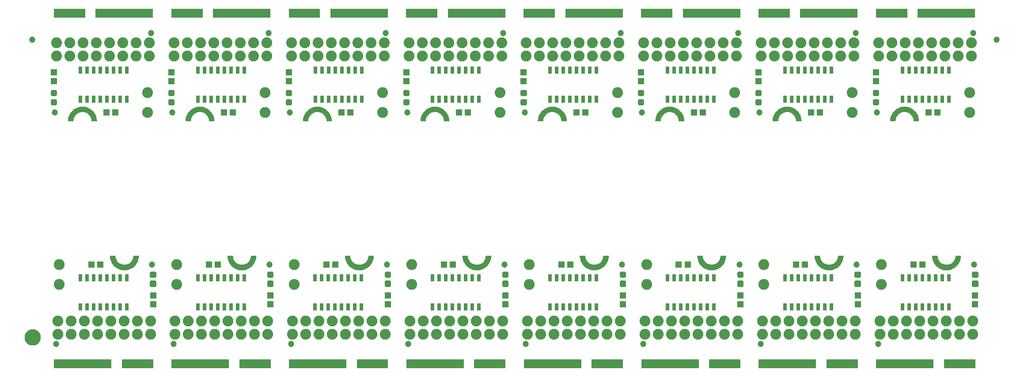
<source format=gts>
G04 EAGLE Gerber RS-274X export*
G75*
%MOMM*%
%FSLAX34Y34*%
%LPD*%
%INSoldermask Top*%
%IPPOS*%
%AMOC8*
5,1,8,0,0,1.08239X$1,22.5*%
G01*
%ADD10C,1.203200*%
%ADD11R,0.803200X1.403200*%
%ADD12R,1.303200X1.203200*%
%ADD13R,1.203200X1.303200*%
%ADD14C,2.082800*%
%ADD15C,0.505344*%
%ADD16R,0.553200X1.653200*%
%ADD17C,0.657200*%
%ADD18C,1.270000*%
%ADD19C,1.703200*%

G36*
X52296Y478353D02*
X52296Y478353D01*
X52303Y478351D01*
X52363Y478372D01*
X52424Y478390D01*
X52428Y478395D01*
X52435Y478398D01*
X52474Y478448D01*
X52516Y478495D01*
X52517Y478502D01*
X52521Y478508D01*
X52538Y478580D01*
X52752Y481298D01*
X53384Y483931D01*
X54420Y486431D01*
X55834Y488739D01*
X57592Y490798D01*
X59650Y492556D01*
X61958Y493970D01*
X64459Y495006D01*
X67091Y495638D01*
X69789Y495850D01*
X72488Y495638D01*
X75120Y495006D01*
X77621Y493970D01*
X79929Y492556D01*
X81987Y490798D01*
X83745Y488739D01*
X85159Y486431D01*
X86195Y483931D01*
X86827Y481298D01*
X87041Y478580D01*
X87044Y478574D01*
X87042Y478567D01*
X87068Y478509D01*
X87091Y478450D01*
X87096Y478445D01*
X87099Y478439D01*
X87152Y478404D01*
X87203Y478366D01*
X87210Y478366D01*
X87216Y478362D01*
X87289Y478351D01*
X97289Y478351D01*
X97314Y478358D01*
X97340Y478356D01*
X97380Y478377D01*
X97424Y478390D01*
X97441Y478410D01*
X97464Y478422D01*
X97486Y478461D01*
X97516Y478495D01*
X97519Y478521D01*
X97532Y478544D01*
X97538Y478618D01*
X97258Y482531D01*
X97255Y482541D01*
X97253Y482567D01*
X96419Y486401D01*
X96414Y486409D01*
X96409Y486435D01*
X95038Y490111D01*
X95032Y490119D01*
X95023Y490143D01*
X93143Y493587D01*
X93136Y493594D01*
X93123Y493617D01*
X90772Y496758D01*
X90764Y496764D01*
X90749Y496785D01*
X87974Y499559D01*
X87966Y499564D01*
X87947Y499583D01*
X84806Y501934D01*
X84797Y501937D01*
X84776Y501953D01*
X81333Y503834D01*
X81323Y503836D01*
X81300Y503848D01*
X77624Y505220D01*
X77615Y505220D01*
X77590Y505230D01*
X73756Y506064D01*
X73746Y506063D01*
X73721Y506069D01*
X69807Y506349D01*
X69798Y506347D01*
X69772Y506349D01*
X65858Y506069D01*
X65849Y506065D01*
X65823Y506064D01*
X61989Y505230D01*
X61980Y505225D01*
X61955Y505220D01*
X58278Y503848D01*
X58271Y503843D01*
X58246Y503834D01*
X54802Y501953D01*
X54796Y501946D01*
X54772Y501934D01*
X51631Y499583D01*
X51626Y499575D01*
X51605Y499559D01*
X48830Y496785D01*
X48825Y496776D01*
X48807Y496758D01*
X46455Y493617D01*
X46452Y493608D01*
X46436Y493587D01*
X44556Y490143D01*
X44554Y490134D01*
X44541Y490111D01*
X43170Y486435D01*
X43169Y486425D01*
X43160Y486401D01*
X42326Y482567D01*
X42326Y482557D01*
X42321Y482531D01*
X42041Y478618D01*
X42046Y478592D01*
X42042Y478567D01*
X42061Y478525D01*
X42070Y478481D01*
X42089Y478463D01*
X42099Y478439D01*
X42137Y478414D01*
X42169Y478382D01*
X42194Y478376D01*
X42216Y478362D01*
X42289Y478351D01*
X52289Y478351D01*
X52296Y478353D01*
G37*
G36*
X952625Y478353D02*
X952625Y478353D01*
X952632Y478351D01*
X952691Y478372D01*
X952752Y478390D01*
X952757Y478395D01*
X952764Y478398D01*
X952802Y478448D01*
X952844Y478495D01*
X952845Y478502D01*
X952849Y478508D01*
X952866Y478580D01*
X953080Y481298D01*
X953712Y483931D01*
X954748Y486431D01*
X956162Y488739D01*
X957920Y490798D01*
X959979Y492556D01*
X962286Y493970D01*
X964787Y495006D01*
X967419Y495638D01*
X970118Y495850D01*
X972816Y495638D01*
X975448Y495006D01*
X977949Y493970D01*
X980257Y492556D01*
X982315Y490798D01*
X984073Y488739D01*
X985488Y486431D01*
X986524Y483931D01*
X987155Y481298D01*
X987369Y478580D01*
X987372Y478574D01*
X987371Y478567D01*
X987397Y478509D01*
X987419Y478450D01*
X987425Y478445D01*
X987428Y478439D01*
X987480Y478404D01*
X987531Y478366D01*
X987538Y478366D01*
X987544Y478362D01*
X987618Y478351D01*
X997618Y478351D01*
X997643Y478358D01*
X997669Y478356D01*
X997709Y478377D01*
X997752Y478390D01*
X997769Y478410D01*
X997792Y478422D01*
X997814Y478461D01*
X997844Y478495D01*
X997848Y478521D01*
X997861Y478544D01*
X997866Y478618D01*
X997587Y482531D01*
X997583Y482541D01*
X997581Y482567D01*
X996747Y486401D01*
X996743Y486409D01*
X996737Y486435D01*
X995366Y490111D01*
X995360Y490119D01*
X995351Y490143D01*
X993471Y493587D01*
X993464Y493594D01*
X993452Y493617D01*
X991100Y496758D01*
X991093Y496764D01*
X991077Y496785D01*
X988303Y499559D01*
X988294Y499564D01*
X988276Y499583D01*
X985135Y501934D01*
X985126Y501937D01*
X985105Y501953D01*
X981661Y503834D01*
X981652Y503836D01*
X981629Y503848D01*
X977953Y505220D01*
X977943Y505220D01*
X977918Y505230D01*
X974084Y506064D01*
X974075Y506063D01*
X974049Y506069D01*
X970136Y506349D01*
X970126Y506347D01*
X970100Y506349D01*
X966186Y506069D01*
X966177Y506065D01*
X966151Y506064D01*
X962317Y505230D01*
X962309Y505225D01*
X962283Y505220D01*
X958607Y503848D01*
X958599Y503843D01*
X958574Y503834D01*
X955131Y501953D01*
X955124Y501946D01*
X955101Y501934D01*
X951960Y499583D01*
X951954Y499575D01*
X951933Y499559D01*
X949158Y496785D01*
X949154Y496776D01*
X949135Y496758D01*
X946784Y493617D01*
X946780Y493608D01*
X946765Y493587D01*
X944884Y490143D01*
X944882Y490134D01*
X944869Y490111D01*
X943498Y486435D01*
X943498Y486425D01*
X943488Y486401D01*
X942654Y482567D01*
X942655Y482557D01*
X942649Y482531D01*
X942369Y478618D01*
X942375Y478592D01*
X942371Y478567D01*
X942389Y478525D01*
X942399Y478481D01*
X942417Y478463D01*
X942428Y478439D01*
X942465Y478414D01*
X942497Y478382D01*
X942523Y478376D01*
X942544Y478362D01*
X942618Y478351D01*
X952618Y478351D01*
X952625Y478353D01*
G37*
G36*
X1402789Y478353D02*
X1402789Y478353D01*
X1402796Y478351D01*
X1402855Y478372D01*
X1402916Y478390D01*
X1402921Y478395D01*
X1402928Y478398D01*
X1402967Y478448D01*
X1403008Y478495D01*
X1403009Y478502D01*
X1403014Y478508D01*
X1403030Y478580D01*
X1403244Y481298D01*
X1403876Y483931D01*
X1404912Y486431D01*
X1406326Y488739D01*
X1408084Y490798D01*
X1410143Y492556D01*
X1412451Y493970D01*
X1414951Y495006D01*
X1417584Y495638D01*
X1420282Y495850D01*
X1422980Y495638D01*
X1425613Y495006D01*
X1428113Y493970D01*
X1430421Y492556D01*
X1432480Y490798D01*
X1434238Y488739D01*
X1435652Y486431D01*
X1436688Y483931D01*
X1437320Y481298D01*
X1437534Y478580D01*
X1437536Y478574D01*
X1437535Y478567D01*
X1437561Y478509D01*
X1437583Y478450D01*
X1437589Y478445D01*
X1437592Y478439D01*
X1437645Y478404D01*
X1437695Y478366D01*
X1437703Y478366D01*
X1437709Y478362D01*
X1437782Y478351D01*
X1447782Y478351D01*
X1447807Y478358D01*
X1447833Y478356D01*
X1447873Y478377D01*
X1447916Y478390D01*
X1447933Y478410D01*
X1447956Y478422D01*
X1447978Y478461D01*
X1448008Y478495D01*
X1448012Y478521D01*
X1448025Y478544D01*
X1448031Y478618D01*
X1447751Y482531D01*
X1447747Y482541D01*
X1447746Y482567D01*
X1446912Y486401D01*
X1446907Y486409D01*
X1446902Y486435D01*
X1445530Y490111D01*
X1445525Y490119D01*
X1445516Y490143D01*
X1443635Y493587D01*
X1443628Y493594D01*
X1443616Y493617D01*
X1441265Y496758D01*
X1441257Y496764D01*
X1441241Y496785D01*
X1438467Y499559D01*
X1438458Y499564D01*
X1438440Y499583D01*
X1435299Y501934D01*
X1435290Y501937D01*
X1435269Y501953D01*
X1431825Y503834D01*
X1431816Y503836D01*
X1431793Y503848D01*
X1428117Y505220D01*
X1428107Y505220D01*
X1428083Y505230D01*
X1424249Y506064D01*
X1424239Y506063D01*
X1424213Y506069D01*
X1420300Y506349D01*
X1420290Y506347D01*
X1420264Y506349D01*
X1416351Y506069D01*
X1416341Y506065D01*
X1416315Y506064D01*
X1412481Y505230D01*
X1412473Y505225D01*
X1412447Y505220D01*
X1408771Y503848D01*
X1408763Y503843D01*
X1408739Y503834D01*
X1405295Y501953D01*
X1405288Y501946D01*
X1405265Y501934D01*
X1402124Y499583D01*
X1402118Y499575D01*
X1402097Y499559D01*
X1399323Y496785D01*
X1399318Y496776D01*
X1399299Y496758D01*
X1396948Y493617D01*
X1396945Y493608D01*
X1396929Y493587D01*
X1395048Y490143D01*
X1395046Y490134D01*
X1395034Y490111D01*
X1393662Y486435D01*
X1393662Y486425D01*
X1393652Y486401D01*
X1392818Y482567D01*
X1392819Y482557D01*
X1392813Y482531D01*
X1392533Y478618D01*
X1392539Y478592D01*
X1392535Y478567D01*
X1392553Y478525D01*
X1392563Y478481D01*
X1392581Y478463D01*
X1392592Y478439D01*
X1392630Y478414D01*
X1392661Y478382D01*
X1392687Y478376D01*
X1392709Y478362D01*
X1392782Y478351D01*
X1402782Y478351D01*
X1402789Y478353D01*
G37*
G36*
X502461Y478353D02*
X502461Y478353D01*
X502468Y478351D01*
X502527Y478372D01*
X502588Y478390D01*
X502593Y478395D01*
X502599Y478398D01*
X502638Y478448D01*
X502680Y478495D01*
X502681Y478502D01*
X502685Y478508D01*
X502702Y478580D01*
X502916Y481298D01*
X503548Y483931D01*
X504584Y486431D01*
X505998Y488739D01*
X507756Y490798D01*
X509814Y492556D01*
X512122Y493970D01*
X514623Y495006D01*
X517255Y495638D01*
X519954Y495850D01*
X522652Y495638D01*
X525284Y495006D01*
X527785Y493970D01*
X530093Y492556D01*
X532151Y490798D01*
X533909Y488739D01*
X535323Y486431D01*
X536359Y483931D01*
X536991Y481298D01*
X537205Y478580D01*
X537208Y478574D01*
X537207Y478567D01*
X537232Y478509D01*
X537255Y478450D01*
X537261Y478445D01*
X537263Y478439D01*
X537316Y478404D01*
X537367Y478366D01*
X537374Y478366D01*
X537380Y478362D01*
X537454Y478351D01*
X547454Y478351D01*
X547479Y478358D01*
X547505Y478356D01*
X547544Y478377D01*
X547588Y478390D01*
X547605Y478410D01*
X547628Y478422D01*
X547650Y478461D01*
X547680Y478495D01*
X547684Y478521D01*
X547696Y478544D01*
X547702Y478618D01*
X547422Y482531D01*
X547419Y482541D01*
X547417Y482567D01*
X546583Y486401D01*
X546579Y486409D01*
X546573Y486435D01*
X545202Y490111D01*
X545196Y490119D01*
X545187Y490143D01*
X543307Y493587D01*
X543300Y493594D01*
X543288Y493617D01*
X540936Y496758D01*
X540929Y496764D01*
X540913Y496785D01*
X538139Y499559D01*
X538130Y499564D01*
X538112Y499583D01*
X534971Y501934D01*
X534962Y501937D01*
X534941Y501953D01*
X531497Y503834D01*
X531488Y503836D01*
X531465Y503848D01*
X527788Y505220D01*
X527779Y505220D01*
X527754Y505230D01*
X523920Y506064D01*
X523911Y506063D01*
X523885Y506069D01*
X519971Y506349D01*
X519962Y506347D01*
X519936Y506349D01*
X516022Y506069D01*
X516013Y506065D01*
X515987Y506064D01*
X512153Y505230D01*
X512144Y505225D01*
X512119Y505220D01*
X508443Y503848D01*
X508435Y503843D01*
X508410Y503834D01*
X504967Y501953D01*
X504960Y501946D01*
X504937Y501934D01*
X501796Y499583D01*
X501790Y499575D01*
X501769Y499559D01*
X498994Y496785D01*
X498990Y496776D01*
X498971Y496758D01*
X496620Y493617D01*
X496616Y493608D01*
X496600Y493587D01*
X494720Y490143D01*
X494718Y490134D01*
X494705Y490111D01*
X493334Y486435D01*
X493333Y486425D01*
X493324Y486401D01*
X492490Y482567D01*
X492491Y482557D01*
X492485Y482531D01*
X492205Y478618D01*
X492210Y478592D01*
X492207Y478567D01*
X492225Y478525D01*
X492235Y478481D01*
X492253Y478463D01*
X492263Y478439D01*
X492301Y478414D01*
X492333Y478382D01*
X492358Y478376D01*
X492380Y478362D01*
X492454Y478351D01*
X502454Y478351D01*
X502461Y478353D01*
G37*
G36*
X277391Y478353D02*
X277391Y478353D01*
X277398Y478351D01*
X277457Y478372D01*
X277518Y478390D01*
X277523Y478395D01*
X277530Y478398D01*
X277569Y478448D01*
X277610Y478495D01*
X277611Y478502D01*
X277616Y478508D01*
X277633Y478580D01*
X277847Y481298D01*
X278479Y483931D01*
X279514Y486431D01*
X280929Y488739D01*
X282687Y490798D01*
X284745Y492556D01*
X287053Y493970D01*
X289554Y495006D01*
X292186Y495638D01*
X294884Y495850D01*
X297583Y495638D01*
X300215Y495006D01*
X302716Y493970D01*
X305024Y492556D01*
X307082Y490798D01*
X308840Y488739D01*
X310254Y486431D01*
X311290Y483931D01*
X311922Y481298D01*
X312136Y478580D01*
X312138Y478574D01*
X312137Y478567D01*
X312163Y478509D01*
X312185Y478450D01*
X312191Y478445D01*
X312194Y478439D01*
X312247Y478404D01*
X312297Y478366D01*
X312305Y478366D01*
X312311Y478362D01*
X312384Y478351D01*
X322384Y478351D01*
X322409Y478358D01*
X322435Y478356D01*
X322475Y478377D01*
X322518Y478390D01*
X322536Y478410D01*
X322558Y478422D01*
X322581Y478461D01*
X322610Y478495D01*
X322614Y478521D01*
X322627Y478544D01*
X322633Y478618D01*
X322353Y482531D01*
X322350Y482541D01*
X322348Y482567D01*
X321514Y486401D01*
X321509Y486409D01*
X321504Y486435D01*
X320133Y490111D01*
X320127Y490119D01*
X320118Y490143D01*
X318237Y493587D01*
X318231Y493594D01*
X318218Y493617D01*
X315867Y496758D01*
X315859Y496764D01*
X315844Y496785D01*
X313069Y499559D01*
X313061Y499564D01*
X313042Y499583D01*
X309901Y501934D01*
X309892Y501937D01*
X309871Y501953D01*
X306428Y503834D01*
X306418Y503836D01*
X306395Y503848D01*
X302719Y505220D01*
X302709Y505220D01*
X302685Y505230D01*
X298851Y506064D01*
X298841Y506063D01*
X298816Y506069D01*
X294902Y506349D01*
X294893Y506347D01*
X294866Y506349D01*
X290953Y506069D01*
X290944Y506065D01*
X290918Y506064D01*
X287084Y505230D01*
X287075Y505225D01*
X287049Y505220D01*
X283373Y503848D01*
X283365Y503843D01*
X283341Y503834D01*
X279897Y501953D01*
X279890Y501946D01*
X279867Y501934D01*
X276726Y499583D01*
X276720Y499575D01*
X276699Y499559D01*
X273925Y496785D01*
X273920Y496776D01*
X273902Y496758D01*
X271550Y493617D01*
X271547Y493608D01*
X271531Y493587D01*
X269651Y490143D01*
X269649Y490134D01*
X269636Y490111D01*
X268265Y486435D01*
X268264Y486425D01*
X268255Y486401D01*
X267421Y482567D01*
X267421Y482557D01*
X267415Y482531D01*
X267136Y478618D01*
X267141Y478592D01*
X267137Y478567D01*
X267156Y478525D01*
X267165Y478481D01*
X267183Y478463D01*
X267194Y478439D01*
X267232Y478414D01*
X267264Y478382D01*
X267289Y478376D01*
X267311Y478362D01*
X267384Y478351D01*
X277384Y478351D01*
X277391Y478353D01*
G37*
G36*
X1177720Y478353D02*
X1177720Y478353D01*
X1177727Y478351D01*
X1177786Y478372D01*
X1177847Y478390D01*
X1177852Y478395D01*
X1177858Y478398D01*
X1177897Y478448D01*
X1177939Y478495D01*
X1177940Y478502D01*
X1177944Y478508D01*
X1177961Y478580D01*
X1178175Y481298D01*
X1178807Y483931D01*
X1179843Y486431D01*
X1181257Y488739D01*
X1183015Y490798D01*
X1185073Y492556D01*
X1187381Y493970D01*
X1189882Y495006D01*
X1192514Y495638D01*
X1195213Y495850D01*
X1197911Y495638D01*
X1200543Y495006D01*
X1203044Y493970D01*
X1205352Y492556D01*
X1207410Y490798D01*
X1209168Y488739D01*
X1210582Y486431D01*
X1211618Y483931D01*
X1212250Y481298D01*
X1212464Y478580D01*
X1212467Y478574D01*
X1212466Y478567D01*
X1212491Y478509D01*
X1212514Y478450D01*
X1212520Y478445D01*
X1212522Y478439D01*
X1212575Y478404D01*
X1212626Y478366D01*
X1212633Y478366D01*
X1212639Y478362D01*
X1212713Y478351D01*
X1222713Y478351D01*
X1222738Y478358D01*
X1222764Y478356D01*
X1222803Y478377D01*
X1222847Y478390D01*
X1222864Y478410D01*
X1222887Y478422D01*
X1222909Y478461D01*
X1222939Y478495D01*
X1222943Y478521D01*
X1222955Y478544D01*
X1222961Y478618D01*
X1222681Y482531D01*
X1222678Y482541D01*
X1222676Y482567D01*
X1221842Y486401D01*
X1221838Y486409D01*
X1221832Y486435D01*
X1220461Y490111D01*
X1220455Y490119D01*
X1220446Y490143D01*
X1218566Y493587D01*
X1218559Y493594D01*
X1218547Y493617D01*
X1216195Y496758D01*
X1216188Y496764D01*
X1216172Y496785D01*
X1213398Y499559D01*
X1213389Y499564D01*
X1213371Y499583D01*
X1210230Y501934D01*
X1210221Y501937D01*
X1210200Y501953D01*
X1206756Y503834D01*
X1206747Y503836D01*
X1206724Y503848D01*
X1203047Y505220D01*
X1203038Y505220D01*
X1203013Y505230D01*
X1199179Y506064D01*
X1199170Y506063D01*
X1199144Y506069D01*
X1195230Y506349D01*
X1195221Y506347D01*
X1195195Y506349D01*
X1191281Y506069D01*
X1191272Y506065D01*
X1191246Y506064D01*
X1187412Y505230D01*
X1187403Y505225D01*
X1187378Y505220D01*
X1183702Y503848D01*
X1183694Y503843D01*
X1183669Y503834D01*
X1180226Y501953D01*
X1180219Y501946D01*
X1180196Y501934D01*
X1177055Y499583D01*
X1177049Y499575D01*
X1177028Y499559D01*
X1174253Y496785D01*
X1174249Y496776D01*
X1174230Y496758D01*
X1171879Y493617D01*
X1171875Y493608D01*
X1171859Y493587D01*
X1169979Y490143D01*
X1169977Y490134D01*
X1169964Y490111D01*
X1168593Y486435D01*
X1168592Y486425D01*
X1168583Y486401D01*
X1167749Y482567D01*
X1167750Y482557D01*
X1167744Y482531D01*
X1167464Y478618D01*
X1167469Y478592D01*
X1167466Y478567D01*
X1167484Y478525D01*
X1167494Y478481D01*
X1167512Y478463D01*
X1167522Y478439D01*
X1167560Y478414D01*
X1167592Y478382D01*
X1167617Y478376D01*
X1167639Y478362D01*
X1167713Y478351D01*
X1177713Y478351D01*
X1177720Y478353D01*
G37*
G36*
X727555Y478353D02*
X727555Y478353D01*
X727562Y478351D01*
X727622Y478372D01*
X727683Y478390D01*
X727687Y478395D01*
X727694Y478398D01*
X727733Y478448D01*
X727775Y478495D01*
X727776Y478502D01*
X727780Y478508D01*
X727797Y478580D01*
X728011Y481298D01*
X728643Y483931D01*
X729679Y486431D01*
X731093Y488739D01*
X732851Y490798D01*
X734909Y492556D01*
X737217Y493970D01*
X739718Y495006D01*
X742350Y495638D01*
X745048Y495850D01*
X747747Y495638D01*
X750379Y495006D01*
X752880Y493970D01*
X755188Y492556D01*
X757246Y490798D01*
X759004Y488739D01*
X760418Y486431D01*
X761454Y483931D01*
X762086Y481298D01*
X762300Y478580D01*
X762303Y478574D01*
X762301Y478567D01*
X762327Y478509D01*
X762350Y478450D01*
X762355Y478445D01*
X762358Y478439D01*
X762411Y478404D01*
X762462Y478366D01*
X762469Y478366D01*
X762475Y478362D01*
X762548Y478351D01*
X772548Y478351D01*
X772573Y478358D01*
X772599Y478356D01*
X772639Y478377D01*
X772683Y478390D01*
X772700Y478410D01*
X772723Y478422D01*
X772745Y478461D01*
X772775Y478495D01*
X772778Y478521D01*
X772791Y478544D01*
X772797Y478618D01*
X772517Y482531D01*
X772514Y482541D01*
X772512Y482567D01*
X771678Y486401D01*
X771673Y486409D01*
X771668Y486435D01*
X770297Y490111D01*
X770291Y490119D01*
X770282Y490143D01*
X768402Y493587D01*
X768395Y493594D01*
X768382Y493617D01*
X766031Y496758D01*
X766023Y496764D01*
X766008Y496785D01*
X763233Y499559D01*
X763225Y499564D01*
X763206Y499583D01*
X760065Y501934D01*
X760056Y501937D01*
X760035Y501953D01*
X756592Y503834D01*
X756582Y503836D01*
X756559Y503848D01*
X752883Y505220D01*
X752874Y505220D01*
X752849Y505230D01*
X749015Y506064D01*
X749005Y506063D01*
X748980Y506069D01*
X745066Y506349D01*
X745057Y506347D01*
X745031Y506349D01*
X741117Y506069D01*
X741108Y506065D01*
X741082Y506064D01*
X737248Y505230D01*
X737239Y505225D01*
X737214Y505220D01*
X733537Y503848D01*
X733530Y503843D01*
X733505Y503834D01*
X730061Y501953D01*
X730055Y501946D01*
X730031Y501934D01*
X726890Y499583D01*
X726885Y499575D01*
X726864Y499559D01*
X724089Y496785D01*
X724084Y496776D01*
X724066Y496758D01*
X721714Y493617D01*
X721711Y493608D01*
X721695Y493587D01*
X719815Y490143D01*
X719813Y490134D01*
X719800Y490111D01*
X718429Y486435D01*
X718428Y486425D01*
X718419Y486401D01*
X717585Y482567D01*
X717585Y482557D01*
X717580Y482531D01*
X717300Y478618D01*
X717305Y478592D01*
X717301Y478567D01*
X717320Y478525D01*
X717329Y478481D01*
X717348Y478463D01*
X717358Y478439D01*
X717396Y478414D01*
X717428Y478382D01*
X717453Y478376D01*
X717475Y478362D01*
X717548Y478351D01*
X727548Y478351D01*
X727555Y478353D01*
G37*
G36*
X1627858Y478353D02*
X1627858Y478353D01*
X1627865Y478351D01*
X1627925Y478372D01*
X1627986Y478390D01*
X1627990Y478395D01*
X1627997Y478398D01*
X1628036Y478448D01*
X1628078Y478495D01*
X1628079Y478502D01*
X1628083Y478508D01*
X1628100Y478580D01*
X1628314Y481298D01*
X1628946Y483931D01*
X1629982Y486431D01*
X1631396Y488739D01*
X1633154Y490798D01*
X1635212Y492556D01*
X1637520Y493970D01*
X1640021Y495006D01*
X1642653Y495638D01*
X1645351Y495850D01*
X1648050Y495638D01*
X1650682Y495006D01*
X1653183Y493970D01*
X1655491Y492556D01*
X1657549Y490798D01*
X1659307Y488739D01*
X1660721Y486431D01*
X1661757Y483931D01*
X1662389Y481298D01*
X1662603Y478580D01*
X1662606Y478574D01*
X1662604Y478567D01*
X1662630Y478509D01*
X1662653Y478450D01*
X1662658Y478445D01*
X1662661Y478439D01*
X1662714Y478404D01*
X1662765Y478366D01*
X1662772Y478366D01*
X1662778Y478362D01*
X1662851Y478351D01*
X1672851Y478351D01*
X1672876Y478358D01*
X1672902Y478356D01*
X1672942Y478377D01*
X1672986Y478390D01*
X1673003Y478410D01*
X1673026Y478422D01*
X1673048Y478461D01*
X1673078Y478495D01*
X1673081Y478521D01*
X1673094Y478544D01*
X1673100Y478618D01*
X1672820Y482531D01*
X1672817Y482541D01*
X1672815Y482567D01*
X1671981Y486401D01*
X1671976Y486409D01*
X1671971Y486435D01*
X1670600Y490111D01*
X1670594Y490119D01*
X1670585Y490143D01*
X1668705Y493587D01*
X1668698Y493594D01*
X1668685Y493617D01*
X1666334Y496758D01*
X1666326Y496764D01*
X1666311Y496785D01*
X1663536Y499559D01*
X1663528Y499564D01*
X1663509Y499583D01*
X1660368Y501934D01*
X1660359Y501937D01*
X1660338Y501953D01*
X1656895Y503834D01*
X1656885Y503836D01*
X1656862Y503848D01*
X1653186Y505220D01*
X1653177Y505220D01*
X1653152Y505230D01*
X1649318Y506064D01*
X1649308Y506063D01*
X1649283Y506069D01*
X1645369Y506349D01*
X1645360Y506347D01*
X1645334Y506349D01*
X1641420Y506069D01*
X1641411Y506065D01*
X1641385Y506064D01*
X1637551Y505230D01*
X1637542Y505225D01*
X1637517Y505220D01*
X1633840Y503848D01*
X1633833Y503843D01*
X1633808Y503834D01*
X1630364Y501953D01*
X1630358Y501946D01*
X1630334Y501934D01*
X1627193Y499583D01*
X1627188Y499575D01*
X1627167Y499559D01*
X1624392Y496785D01*
X1624387Y496776D01*
X1624369Y496758D01*
X1622017Y493617D01*
X1622014Y493608D01*
X1621998Y493587D01*
X1620118Y490143D01*
X1620116Y490134D01*
X1620103Y490111D01*
X1618732Y486435D01*
X1618731Y486425D01*
X1618722Y486401D01*
X1617888Y482567D01*
X1617888Y482557D01*
X1617883Y482531D01*
X1617603Y478618D01*
X1617608Y478592D01*
X1617604Y478567D01*
X1617623Y478525D01*
X1617632Y478481D01*
X1617651Y478463D01*
X1617661Y478439D01*
X1617699Y478414D01*
X1617731Y478382D01*
X1617756Y478376D01*
X1617778Y478362D01*
X1617851Y478351D01*
X1627851Y478351D01*
X1627858Y478353D01*
G37*
G36*
X1729693Y192431D02*
X1729693Y192431D01*
X1729703Y192435D01*
X1729729Y192436D01*
X1733563Y193270D01*
X1733571Y193275D01*
X1733597Y193280D01*
X1737273Y194652D01*
X1737281Y194657D01*
X1737305Y194666D01*
X1740749Y196547D01*
X1740756Y196554D01*
X1740779Y196566D01*
X1743920Y198917D01*
X1743926Y198925D01*
X1743947Y198941D01*
X1746721Y201715D01*
X1746726Y201724D01*
X1746745Y201742D01*
X1749096Y204883D01*
X1749099Y204892D01*
X1749115Y204913D01*
X1750996Y208357D01*
X1750998Y208366D01*
X1751010Y208389D01*
X1752382Y212065D01*
X1752382Y212075D01*
X1752392Y212099D01*
X1753226Y215933D01*
X1753225Y215943D01*
X1753231Y215969D01*
X1753511Y219882D01*
X1753505Y219908D01*
X1753509Y219933D01*
X1753491Y219975D01*
X1753481Y220019D01*
X1753463Y220037D01*
X1753452Y220061D01*
X1753414Y220086D01*
X1753383Y220118D01*
X1753357Y220124D01*
X1753336Y220138D01*
X1753262Y220149D01*
X1743262Y220149D01*
X1743255Y220147D01*
X1743248Y220149D01*
X1743189Y220128D01*
X1743128Y220110D01*
X1743123Y220105D01*
X1743116Y220102D01*
X1743078Y220052D01*
X1743036Y220005D01*
X1743035Y219998D01*
X1743030Y219992D01*
X1743014Y219920D01*
X1742800Y217202D01*
X1742168Y214569D01*
X1741132Y212069D01*
X1739718Y209761D01*
X1737960Y207702D01*
X1735901Y205944D01*
X1733593Y204530D01*
X1731093Y203494D01*
X1728460Y202862D01*
X1725762Y202650D01*
X1723064Y202862D01*
X1720431Y203494D01*
X1717931Y204530D01*
X1715623Y205944D01*
X1713564Y207702D01*
X1711806Y209761D01*
X1710392Y212069D01*
X1709356Y214569D01*
X1708724Y217202D01*
X1708510Y219920D01*
X1708508Y219926D01*
X1708509Y219933D01*
X1708483Y219991D01*
X1708461Y220050D01*
X1708455Y220055D01*
X1708452Y220061D01*
X1708399Y220096D01*
X1708349Y220134D01*
X1708342Y220134D01*
X1708336Y220138D01*
X1708262Y220149D01*
X1698262Y220149D01*
X1698237Y220142D01*
X1698211Y220144D01*
X1698171Y220123D01*
X1698128Y220110D01*
X1698111Y220090D01*
X1698088Y220078D01*
X1698066Y220039D01*
X1698036Y220005D01*
X1698032Y219979D01*
X1698019Y219956D01*
X1698013Y219882D01*
X1698293Y215969D01*
X1698297Y215959D01*
X1698298Y215933D01*
X1699132Y212099D01*
X1699137Y212091D01*
X1699142Y212065D01*
X1700514Y208389D01*
X1700519Y208381D01*
X1700528Y208357D01*
X1702409Y204913D01*
X1702416Y204906D01*
X1702428Y204883D01*
X1704779Y201742D01*
X1704787Y201736D01*
X1704803Y201715D01*
X1707577Y198941D01*
X1707586Y198936D01*
X1707604Y198917D01*
X1710745Y196566D01*
X1710754Y196563D01*
X1710775Y196547D01*
X1714219Y194666D01*
X1714228Y194664D01*
X1714251Y194652D01*
X1717927Y193280D01*
X1717937Y193280D01*
X1717961Y193270D01*
X1721795Y192436D01*
X1721805Y192437D01*
X1721831Y192431D01*
X1725744Y192151D01*
X1725754Y192153D01*
X1725780Y192151D01*
X1729693Y192431D01*
G37*
G36*
X1054460Y192431D02*
X1054460Y192431D01*
X1054469Y192435D01*
X1054495Y192436D01*
X1058329Y193270D01*
X1058338Y193275D01*
X1058363Y193280D01*
X1062039Y194652D01*
X1062047Y194657D01*
X1062072Y194666D01*
X1065515Y196547D01*
X1065522Y196554D01*
X1065545Y196566D01*
X1068686Y198917D01*
X1068692Y198925D01*
X1068713Y198941D01*
X1071488Y201715D01*
X1071492Y201724D01*
X1071511Y201742D01*
X1073862Y204883D01*
X1073866Y204892D01*
X1073882Y204913D01*
X1075762Y208357D01*
X1075764Y208366D01*
X1075777Y208389D01*
X1077148Y212065D01*
X1077149Y212075D01*
X1077158Y212099D01*
X1077992Y215933D01*
X1077991Y215943D01*
X1077997Y215969D01*
X1078277Y219882D01*
X1078272Y219908D01*
X1078275Y219933D01*
X1078257Y219975D01*
X1078248Y220019D01*
X1078229Y220037D01*
X1078219Y220061D01*
X1078181Y220086D01*
X1078149Y220118D01*
X1078124Y220124D01*
X1078102Y220138D01*
X1078028Y220149D01*
X1068028Y220149D01*
X1068021Y220147D01*
X1068014Y220149D01*
X1067955Y220128D01*
X1067894Y220110D01*
X1067889Y220105D01*
X1067883Y220102D01*
X1067844Y220052D01*
X1067802Y220005D01*
X1067801Y219998D01*
X1067797Y219992D01*
X1067780Y219920D01*
X1067566Y217202D01*
X1066934Y214569D01*
X1065898Y212069D01*
X1064484Y209761D01*
X1062726Y207702D01*
X1060668Y205944D01*
X1058360Y204530D01*
X1055859Y203494D01*
X1053227Y202862D01*
X1050528Y202650D01*
X1047830Y202862D01*
X1045198Y203494D01*
X1042697Y204530D01*
X1040389Y205944D01*
X1038331Y207702D01*
X1036573Y209761D01*
X1035159Y212069D01*
X1034123Y214569D01*
X1033491Y217202D01*
X1033277Y219920D01*
X1033274Y219926D01*
X1033275Y219933D01*
X1033250Y219991D01*
X1033227Y220050D01*
X1033222Y220055D01*
X1033219Y220061D01*
X1033166Y220096D01*
X1033115Y220134D01*
X1033108Y220134D01*
X1033102Y220138D01*
X1033028Y220149D01*
X1023028Y220149D01*
X1023003Y220142D01*
X1022977Y220144D01*
X1022938Y220123D01*
X1022894Y220110D01*
X1022877Y220090D01*
X1022854Y220078D01*
X1022832Y220039D01*
X1022802Y220005D01*
X1022798Y219979D01*
X1022786Y219956D01*
X1022780Y219882D01*
X1023060Y215969D01*
X1023063Y215959D01*
X1023065Y215933D01*
X1023899Y212099D01*
X1023903Y212091D01*
X1023909Y212065D01*
X1025280Y208389D01*
X1025286Y208381D01*
X1025295Y208357D01*
X1027175Y204913D01*
X1027182Y204906D01*
X1027194Y204883D01*
X1029546Y201742D01*
X1029554Y201736D01*
X1029569Y201715D01*
X1032344Y198941D01*
X1032352Y198936D01*
X1032370Y198917D01*
X1035511Y196566D01*
X1035521Y196563D01*
X1035541Y196547D01*
X1038985Y194666D01*
X1038994Y194664D01*
X1039017Y194652D01*
X1042694Y193280D01*
X1042703Y193280D01*
X1042728Y193270D01*
X1046562Y192436D01*
X1046571Y192437D01*
X1046597Y192431D01*
X1050511Y192151D01*
X1050520Y192153D01*
X1050546Y192151D01*
X1054460Y192431D01*
G37*
G36*
X829365Y192431D02*
X829365Y192431D01*
X829374Y192435D01*
X829400Y192436D01*
X833234Y193270D01*
X833243Y193275D01*
X833268Y193280D01*
X836945Y194652D01*
X836952Y194657D01*
X836977Y194666D01*
X840421Y196547D01*
X840427Y196554D01*
X840451Y196566D01*
X843592Y198917D01*
X843597Y198925D01*
X843619Y198941D01*
X846393Y201715D01*
X846398Y201724D01*
X846416Y201742D01*
X848768Y204883D01*
X848771Y204892D01*
X848787Y204913D01*
X850667Y208357D01*
X850669Y208366D01*
X850682Y208389D01*
X852053Y212065D01*
X852054Y212075D01*
X852063Y212099D01*
X852897Y215933D01*
X852897Y215943D01*
X852902Y215969D01*
X853182Y219882D01*
X853177Y219908D01*
X853181Y219933D01*
X853162Y219975D01*
X853153Y220019D01*
X853134Y220037D01*
X853124Y220061D01*
X853086Y220086D01*
X853054Y220118D01*
X853029Y220124D01*
X853007Y220138D01*
X852934Y220149D01*
X842934Y220149D01*
X842927Y220147D01*
X842920Y220149D01*
X842860Y220128D01*
X842799Y220110D01*
X842795Y220105D01*
X842788Y220102D01*
X842749Y220052D01*
X842707Y220005D01*
X842706Y219998D01*
X842702Y219992D01*
X842685Y219920D01*
X842471Y217202D01*
X841839Y214569D01*
X840803Y212069D01*
X839389Y209761D01*
X837631Y207702D01*
X835573Y205944D01*
X833265Y204530D01*
X830764Y203494D01*
X828132Y202862D01*
X825434Y202650D01*
X822735Y202862D01*
X820103Y203494D01*
X817602Y204530D01*
X815294Y205944D01*
X813236Y207702D01*
X811478Y209761D01*
X810064Y212069D01*
X809028Y214569D01*
X808396Y217202D01*
X808182Y219920D01*
X808180Y219926D01*
X808181Y219933D01*
X808155Y219991D01*
X808132Y220050D01*
X808127Y220055D01*
X808124Y220061D01*
X808071Y220096D01*
X808020Y220134D01*
X808013Y220134D01*
X808007Y220138D01*
X807934Y220149D01*
X797934Y220149D01*
X797909Y220142D01*
X797883Y220144D01*
X797843Y220123D01*
X797799Y220110D01*
X797782Y220090D01*
X797759Y220078D01*
X797737Y220039D01*
X797707Y220005D01*
X797704Y219979D01*
X797691Y219956D01*
X797685Y219882D01*
X797965Y215969D01*
X797968Y215959D01*
X797970Y215933D01*
X798804Y212099D01*
X798809Y212091D01*
X798814Y212065D01*
X800185Y208389D01*
X800191Y208381D01*
X800200Y208357D01*
X802080Y204913D01*
X802087Y204906D01*
X802100Y204883D01*
X804451Y201742D01*
X804459Y201736D01*
X804474Y201715D01*
X807249Y198941D01*
X807257Y198936D01*
X807276Y198917D01*
X810417Y196566D01*
X810426Y196563D01*
X810447Y196547D01*
X813890Y194666D01*
X813900Y194664D01*
X813923Y194652D01*
X817599Y193280D01*
X817609Y193280D01*
X817633Y193270D01*
X821467Y192436D01*
X821477Y192437D01*
X821502Y192431D01*
X825416Y192151D01*
X825425Y192153D01*
X825451Y192151D01*
X829365Y192431D01*
G37*
G36*
X1279529Y192431D02*
X1279529Y192431D01*
X1279538Y192435D01*
X1279564Y192436D01*
X1283398Y193270D01*
X1283407Y193275D01*
X1283433Y193280D01*
X1287109Y194652D01*
X1287117Y194657D01*
X1287141Y194666D01*
X1290585Y196547D01*
X1290592Y196554D01*
X1290615Y196566D01*
X1293756Y198917D01*
X1293762Y198925D01*
X1293783Y198941D01*
X1296557Y201715D01*
X1296562Y201724D01*
X1296580Y201742D01*
X1298932Y204883D01*
X1298935Y204892D01*
X1298951Y204913D01*
X1300831Y208357D01*
X1300834Y208366D01*
X1300846Y208389D01*
X1302217Y212065D01*
X1302218Y212075D01*
X1302227Y212099D01*
X1303061Y215933D01*
X1303061Y215943D01*
X1303067Y215969D01*
X1303346Y219882D01*
X1303341Y219908D01*
X1303345Y219933D01*
X1303326Y219975D01*
X1303317Y220019D01*
X1303299Y220037D01*
X1303288Y220061D01*
X1303250Y220086D01*
X1303218Y220118D01*
X1303193Y220124D01*
X1303171Y220138D01*
X1303098Y220149D01*
X1293098Y220149D01*
X1293091Y220147D01*
X1293084Y220149D01*
X1293025Y220128D01*
X1292964Y220110D01*
X1292959Y220105D01*
X1292952Y220102D01*
X1292913Y220052D01*
X1292872Y220005D01*
X1292871Y219998D01*
X1292866Y219992D01*
X1292849Y219920D01*
X1292635Y217202D01*
X1292004Y214569D01*
X1290968Y212069D01*
X1289553Y209761D01*
X1287795Y207702D01*
X1285737Y205944D01*
X1283429Y204530D01*
X1280928Y203494D01*
X1278296Y202862D01*
X1275598Y202650D01*
X1272899Y202862D01*
X1270267Y203494D01*
X1267766Y204530D01*
X1265459Y205944D01*
X1263400Y207702D01*
X1261642Y209761D01*
X1260228Y212069D01*
X1259192Y214569D01*
X1258560Y217202D01*
X1258346Y219920D01*
X1258344Y219926D01*
X1258345Y219933D01*
X1258319Y219991D01*
X1258297Y220050D01*
X1258291Y220055D01*
X1258288Y220061D01*
X1258235Y220096D01*
X1258185Y220134D01*
X1258177Y220134D01*
X1258171Y220138D01*
X1258098Y220149D01*
X1248098Y220149D01*
X1248073Y220142D01*
X1248047Y220144D01*
X1248007Y220123D01*
X1247964Y220110D01*
X1247946Y220090D01*
X1247924Y220078D01*
X1247901Y220039D01*
X1247872Y220005D01*
X1247868Y219979D01*
X1247855Y219956D01*
X1247849Y219882D01*
X1248129Y215969D01*
X1248132Y215959D01*
X1248134Y215933D01*
X1248968Y212099D01*
X1248973Y212091D01*
X1248978Y212065D01*
X1250349Y208389D01*
X1250355Y208381D01*
X1250364Y208357D01*
X1252245Y204913D01*
X1252251Y204906D01*
X1252264Y204883D01*
X1254615Y201742D01*
X1254623Y201736D01*
X1254638Y201715D01*
X1257413Y198941D01*
X1257421Y198936D01*
X1257440Y198917D01*
X1260581Y196566D01*
X1260590Y196563D01*
X1260611Y196547D01*
X1264054Y194666D01*
X1264064Y194664D01*
X1264087Y194652D01*
X1267763Y193280D01*
X1267773Y193280D01*
X1267797Y193270D01*
X1271631Y192436D01*
X1271641Y192437D01*
X1271666Y192431D01*
X1275580Y192151D01*
X1275590Y192153D01*
X1275616Y192151D01*
X1279529Y192431D01*
G37*
G36*
X1504624Y192431D02*
X1504624Y192431D01*
X1504633Y192435D01*
X1504659Y192436D01*
X1508493Y193270D01*
X1508502Y193275D01*
X1508527Y193280D01*
X1512204Y194652D01*
X1512211Y194657D01*
X1512236Y194666D01*
X1515680Y196547D01*
X1515686Y196554D01*
X1515710Y196566D01*
X1518851Y198917D01*
X1518856Y198925D01*
X1518878Y198941D01*
X1521652Y201715D01*
X1521657Y201724D01*
X1521675Y201742D01*
X1524027Y204883D01*
X1524030Y204892D01*
X1524046Y204913D01*
X1525926Y208357D01*
X1525928Y208366D01*
X1525941Y208389D01*
X1527312Y212065D01*
X1527313Y212075D01*
X1527322Y212099D01*
X1528156Y215933D01*
X1528156Y215943D01*
X1528161Y215969D01*
X1528441Y219882D01*
X1528436Y219908D01*
X1528440Y219933D01*
X1528421Y219975D01*
X1528412Y220019D01*
X1528393Y220037D01*
X1528383Y220061D01*
X1528345Y220086D01*
X1528313Y220118D01*
X1528288Y220124D01*
X1528266Y220138D01*
X1528193Y220149D01*
X1518193Y220149D01*
X1518186Y220147D01*
X1518179Y220149D01*
X1518119Y220128D01*
X1518058Y220110D01*
X1518054Y220105D01*
X1518047Y220102D01*
X1518008Y220052D01*
X1517966Y220005D01*
X1517965Y219998D01*
X1517961Y219992D01*
X1517944Y219920D01*
X1517730Y217202D01*
X1517098Y214569D01*
X1516062Y212069D01*
X1514648Y209761D01*
X1512890Y207702D01*
X1510832Y205944D01*
X1508524Y204530D01*
X1506023Y203494D01*
X1503391Y202862D01*
X1500693Y202650D01*
X1497994Y202862D01*
X1495362Y203494D01*
X1492861Y204530D01*
X1490553Y205944D01*
X1488495Y207702D01*
X1486737Y209761D01*
X1485323Y212069D01*
X1484287Y214569D01*
X1483655Y217202D01*
X1483441Y219920D01*
X1483439Y219926D01*
X1483440Y219933D01*
X1483414Y219991D01*
X1483391Y220050D01*
X1483386Y220055D01*
X1483383Y220061D01*
X1483330Y220096D01*
X1483279Y220134D01*
X1483272Y220134D01*
X1483266Y220138D01*
X1483193Y220149D01*
X1473193Y220149D01*
X1473168Y220142D01*
X1473142Y220144D01*
X1473102Y220123D01*
X1473058Y220110D01*
X1473041Y220090D01*
X1473018Y220078D01*
X1472996Y220039D01*
X1472966Y220005D01*
X1472963Y219979D01*
X1472950Y219956D01*
X1472944Y219882D01*
X1473224Y215969D01*
X1473227Y215959D01*
X1473229Y215933D01*
X1474063Y212099D01*
X1474068Y212091D01*
X1474073Y212065D01*
X1475444Y208389D01*
X1475450Y208381D01*
X1475459Y208357D01*
X1477339Y204913D01*
X1477346Y204906D01*
X1477359Y204883D01*
X1479710Y201742D01*
X1479718Y201736D01*
X1479733Y201715D01*
X1482508Y198941D01*
X1482516Y198936D01*
X1482535Y198917D01*
X1485676Y196566D01*
X1485685Y196563D01*
X1485706Y196547D01*
X1489149Y194666D01*
X1489159Y194664D01*
X1489182Y194652D01*
X1492858Y193280D01*
X1492868Y193280D01*
X1492892Y193270D01*
X1496726Y192436D01*
X1496736Y192437D01*
X1496761Y192431D01*
X1500675Y192151D01*
X1500684Y192153D01*
X1500710Y192151D01*
X1504624Y192431D01*
G37*
G36*
X604296Y192431D02*
X604296Y192431D01*
X604305Y192435D01*
X604331Y192436D01*
X608165Y193270D01*
X608173Y193275D01*
X608199Y193280D01*
X611875Y194652D01*
X611883Y194657D01*
X611908Y194666D01*
X615351Y196547D01*
X615358Y196554D01*
X615381Y196566D01*
X618522Y198917D01*
X618528Y198925D01*
X618549Y198941D01*
X621324Y201715D01*
X621328Y201724D01*
X621347Y201742D01*
X623698Y204883D01*
X623702Y204892D01*
X623717Y204913D01*
X625598Y208357D01*
X625600Y208366D01*
X625613Y208389D01*
X626984Y212065D01*
X626984Y212075D01*
X626994Y212099D01*
X627828Y215933D01*
X627827Y215943D01*
X627833Y215969D01*
X628113Y219882D01*
X628107Y219908D01*
X628111Y219933D01*
X628093Y219975D01*
X628083Y220019D01*
X628065Y220037D01*
X628054Y220061D01*
X628017Y220086D01*
X627985Y220118D01*
X627959Y220124D01*
X627938Y220138D01*
X627864Y220149D01*
X617864Y220149D01*
X617857Y220147D01*
X617850Y220149D01*
X617791Y220128D01*
X617730Y220110D01*
X617725Y220105D01*
X617718Y220102D01*
X617680Y220052D01*
X617638Y220005D01*
X617637Y219998D01*
X617633Y219992D01*
X617616Y219920D01*
X617402Y217202D01*
X616770Y214569D01*
X615734Y212069D01*
X614320Y209761D01*
X612562Y207702D01*
X610504Y205944D01*
X608196Y204530D01*
X605695Y203494D01*
X603063Y202862D01*
X600364Y202650D01*
X597666Y202862D01*
X595034Y203494D01*
X592533Y204530D01*
X590225Y205944D01*
X588167Y207702D01*
X586409Y209761D01*
X584994Y212069D01*
X583959Y214569D01*
X583327Y217202D01*
X583113Y219920D01*
X583110Y219926D01*
X583111Y219933D01*
X583085Y219991D01*
X583063Y220050D01*
X583057Y220055D01*
X583054Y220061D01*
X583002Y220096D01*
X582951Y220134D01*
X582944Y220134D01*
X582938Y220138D01*
X582864Y220149D01*
X572864Y220149D01*
X572839Y220142D01*
X572813Y220144D01*
X572773Y220123D01*
X572730Y220110D01*
X572713Y220090D01*
X572690Y220078D01*
X572668Y220039D01*
X572638Y220005D01*
X572634Y219979D01*
X572621Y219956D01*
X572616Y219882D01*
X572895Y215969D01*
X572899Y215959D01*
X572901Y215933D01*
X573735Y212099D01*
X573739Y212091D01*
X573745Y212065D01*
X575116Y208389D01*
X575122Y208381D01*
X575131Y208357D01*
X577011Y204913D01*
X577018Y204906D01*
X577030Y204883D01*
X579382Y201742D01*
X579389Y201736D01*
X579405Y201715D01*
X582179Y198941D01*
X582188Y198936D01*
X582206Y198917D01*
X585347Y196566D01*
X585356Y196563D01*
X585377Y196547D01*
X588821Y194666D01*
X588830Y194664D01*
X588853Y194652D01*
X592529Y193280D01*
X592539Y193280D01*
X592564Y193270D01*
X596398Y192436D01*
X596407Y192437D01*
X596433Y192431D01*
X600346Y192151D01*
X600356Y192153D01*
X600382Y192151D01*
X604296Y192431D01*
G37*
G36*
X379201Y192431D02*
X379201Y192431D01*
X379210Y192435D01*
X379236Y192436D01*
X383070Y193270D01*
X383079Y193275D01*
X383104Y193280D01*
X386780Y194652D01*
X386788Y194657D01*
X386813Y194666D01*
X390256Y196547D01*
X390263Y196554D01*
X390286Y196566D01*
X393427Y198917D01*
X393433Y198925D01*
X393454Y198941D01*
X396229Y201715D01*
X396233Y201724D01*
X396252Y201742D01*
X398603Y204883D01*
X398607Y204892D01*
X398623Y204913D01*
X400503Y208357D01*
X400505Y208366D01*
X400518Y208389D01*
X401889Y212065D01*
X401890Y212075D01*
X401899Y212099D01*
X402733Y215933D01*
X402732Y215943D01*
X402738Y215969D01*
X403018Y219882D01*
X403013Y219908D01*
X403016Y219933D01*
X402998Y219975D01*
X402989Y220019D01*
X402970Y220037D01*
X402960Y220061D01*
X402922Y220086D01*
X402890Y220118D01*
X402865Y220124D01*
X402843Y220138D01*
X402769Y220149D01*
X392769Y220149D01*
X392762Y220147D01*
X392755Y220149D01*
X392696Y220128D01*
X392635Y220110D01*
X392630Y220105D01*
X392624Y220102D01*
X392585Y220052D01*
X392543Y220005D01*
X392542Y219998D01*
X392538Y219992D01*
X392521Y219920D01*
X392307Y217202D01*
X391675Y214569D01*
X390639Y212069D01*
X389225Y209761D01*
X387467Y207702D01*
X385409Y205944D01*
X383101Y204530D01*
X380600Y203494D01*
X377968Y202862D01*
X375269Y202650D01*
X372571Y202862D01*
X369939Y203494D01*
X367438Y204530D01*
X365130Y205944D01*
X363072Y207702D01*
X361314Y209761D01*
X359900Y212069D01*
X358864Y214569D01*
X358232Y217202D01*
X358018Y219920D01*
X358015Y219926D01*
X358016Y219933D01*
X357991Y219991D01*
X357968Y220050D01*
X357963Y220055D01*
X357960Y220061D01*
X357907Y220096D01*
X357856Y220134D01*
X357849Y220134D01*
X357843Y220138D01*
X357769Y220149D01*
X347769Y220149D01*
X347744Y220142D01*
X347718Y220144D01*
X347679Y220123D01*
X347635Y220110D01*
X347618Y220090D01*
X347595Y220078D01*
X347573Y220039D01*
X347543Y220005D01*
X347539Y219979D01*
X347527Y219956D01*
X347521Y219882D01*
X347801Y215969D01*
X347804Y215959D01*
X347806Y215933D01*
X348640Y212099D01*
X348644Y212091D01*
X348650Y212065D01*
X350021Y208389D01*
X350027Y208381D01*
X350036Y208357D01*
X351916Y204913D01*
X351923Y204906D01*
X351935Y204883D01*
X354287Y201742D01*
X354295Y201736D01*
X354310Y201715D01*
X357085Y198941D01*
X357093Y198936D01*
X357111Y198917D01*
X360252Y196566D01*
X360262Y196563D01*
X360282Y196547D01*
X363726Y194666D01*
X363735Y194664D01*
X363758Y194652D01*
X367435Y193280D01*
X367444Y193280D01*
X367469Y193270D01*
X371303Y192436D01*
X371312Y192437D01*
X371338Y192431D01*
X375252Y192151D01*
X375261Y192153D01*
X375287Y192151D01*
X379201Y192431D01*
G37*
G36*
X154131Y192431D02*
X154131Y192431D01*
X154141Y192435D01*
X154167Y192436D01*
X158001Y193270D01*
X158009Y193275D01*
X158035Y193280D01*
X161711Y194652D01*
X161719Y194657D01*
X161743Y194666D01*
X165187Y196547D01*
X165194Y196554D01*
X165217Y196566D01*
X168358Y198917D01*
X168364Y198925D01*
X168385Y198941D01*
X171159Y201715D01*
X171164Y201724D01*
X171183Y201742D01*
X173534Y204883D01*
X173537Y204892D01*
X173553Y204913D01*
X175434Y208357D01*
X175436Y208366D01*
X175448Y208389D01*
X176820Y212065D01*
X176820Y212075D01*
X176830Y212099D01*
X177664Y215933D01*
X177663Y215943D01*
X177669Y215969D01*
X177949Y219882D01*
X177943Y219908D01*
X177947Y219933D01*
X177929Y219975D01*
X177919Y220019D01*
X177901Y220037D01*
X177890Y220061D01*
X177852Y220086D01*
X177821Y220118D01*
X177795Y220124D01*
X177774Y220138D01*
X177700Y220149D01*
X167700Y220149D01*
X167693Y220147D01*
X167686Y220149D01*
X167627Y220128D01*
X167566Y220110D01*
X167561Y220105D01*
X167554Y220102D01*
X167516Y220052D01*
X167474Y220005D01*
X167473Y219998D01*
X167468Y219992D01*
X167452Y219920D01*
X167238Y217202D01*
X166606Y214569D01*
X165570Y212069D01*
X164156Y209761D01*
X162398Y207702D01*
X160339Y205944D01*
X158031Y204530D01*
X155531Y203494D01*
X152898Y202862D01*
X150200Y202650D01*
X147502Y202862D01*
X144869Y203494D01*
X142369Y204530D01*
X140061Y205944D01*
X138002Y207702D01*
X136244Y209761D01*
X134830Y212069D01*
X133794Y214569D01*
X133162Y217202D01*
X132948Y219920D01*
X132946Y219926D01*
X132947Y219933D01*
X132921Y219991D01*
X132899Y220050D01*
X132893Y220055D01*
X132890Y220061D01*
X132837Y220096D01*
X132787Y220134D01*
X132780Y220134D01*
X132774Y220138D01*
X132700Y220149D01*
X122700Y220149D01*
X122675Y220142D01*
X122649Y220144D01*
X122609Y220123D01*
X122566Y220110D01*
X122549Y220090D01*
X122526Y220078D01*
X122504Y220039D01*
X122474Y220005D01*
X122470Y219979D01*
X122457Y219956D01*
X122451Y219882D01*
X122731Y215969D01*
X122735Y215959D01*
X122736Y215933D01*
X123570Y212099D01*
X123575Y212091D01*
X123580Y212065D01*
X124952Y208389D01*
X124957Y208381D01*
X124966Y208357D01*
X126847Y204913D01*
X126854Y204906D01*
X126866Y204883D01*
X129217Y201742D01*
X129225Y201736D01*
X129241Y201715D01*
X132015Y198941D01*
X132024Y198936D01*
X132042Y198917D01*
X135183Y196566D01*
X135192Y196563D01*
X135213Y196547D01*
X138657Y194666D01*
X138666Y194664D01*
X138689Y194652D01*
X142365Y193280D01*
X142375Y193280D01*
X142399Y193270D01*
X146233Y192436D01*
X146243Y192437D01*
X146269Y192431D01*
X150182Y192151D01*
X150192Y192153D01*
X150218Y192151D01*
X154131Y192431D01*
G37*
D10*
X19050Y50800D03*
X203200Y203200D03*
D11*
X154432Y178000D03*
X141732Y178000D03*
X129032Y178000D03*
X116332Y178000D03*
X103632Y178000D03*
X90932Y178000D03*
X78232Y178000D03*
X65532Y178000D03*
X65532Y122000D03*
X78232Y122000D03*
X90932Y122000D03*
X103632Y122000D03*
X116332Y122000D03*
X129032Y122000D03*
X141732Y122000D03*
X154432Y122000D03*
D12*
X104055Y203175D03*
X87055Y203175D03*
D13*
X205000Y143500D03*
X205000Y126500D03*
D14*
X200025Y94675D03*
X200025Y69275D03*
X174625Y94675D03*
X174625Y69275D03*
X149225Y94675D03*
X149225Y69275D03*
X123825Y94675D03*
X123825Y69275D03*
X47625Y94675D03*
X47625Y69275D03*
X22225Y94675D03*
X22225Y69275D03*
X25400Y165100D03*
X25400Y203200D03*
D15*
X201510Y180280D02*
X208490Y180280D01*
X201510Y180280D02*
X201510Y187260D01*
X208490Y187260D01*
X208490Y180280D01*
X208490Y185080D02*
X201510Y185080D01*
X201510Y162740D02*
X208490Y162740D01*
X201510Y162740D02*
X201510Y169720D01*
X208490Y169720D01*
X208490Y162740D01*
X208490Y167540D02*
X201510Y167540D01*
D16*
X202700Y12650D03*
X197700Y12650D03*
X192700Y12650D03*
X187700Y12650D03*
X182700Y12650D03*
X177700Y12650D03*
X172700Y12650D03*
X167700Y12650D03*
X162700Y12650D03*
X157700Y12650D03*
X152700Y12650D03*
X147700Y12650D03*
X122700Y12650D03*
X117700Y12650D03*
X112700Y12650D03*
X107700Y12650D03*
X102700Y12650D03*
X97700Y12650D03*
X92700Y12650D03*
X87700Y12650D03*
X82700Y12650D03*
X77700Y12650D03*
X72700Y12650D03*
X67700Y12650D03*
X62700Y12650D03*
X57700Y12650D03*
X52700Y12650D03*
X47700Y12650D03*
X42700Y12650D03*
X37700Y12650D03*
X32700Y12650D03*
X27700Y12650D03*
X22700Y12650D03*
X17700Y12650D03*
D17*
X129200Y209900D03*
X171200Y209900D03*
X150200Y196900D03*
D14*
X98425Y94675D03*
X98425Y69275D03*
X73025Y94675D03*
X73025Y69275D03*
D10*
X244119Y50800D03*
X428269Y203200D03*
D11*
X379501Y178000D03*
X366801Y178000D03*
X354101Y178000D03*
X341401Y178000D03*
X328701Y178000D03*
X316001Y178000D03*
X303301Y178000D03*
X290601Y178000D03*
X290601Y122000D03*
X303301Y122000D03*
X316001Y122000D03*
X328701Y122000D03*
X341401Y122000D03*
X354101Y122000D03*
X366801Y122000D03*
X379501Y122000D03*
D12*
X329124Y203175D03*
X312124Y203175D03*
D13*
X430069Y143500D03*
X430069Y126500D03*
D14*
X425094Y94675D03*
X425094Y69275D03*
X399694Y94675D03*
X399694Y69275D03*
X374294Y94675D03*
X374294Y69275D03*
X348894Y94675D03*
X348894Y69275D03*
X272694Y94675D03*
X272694Y69275D03*
X247294Y94675D03*
X247294Y69275D03*
X250469Y165100D03*
X250469Y203200D03*
D15*
X426579Y180280D02*
X433559Y180280D01*
X426579Y180280D02*
X426579Y187260D01*
X433559Y187260D01*
X433559Y180280D01*
X433559Y185080D02*
X426579Y185080D01*
X426579Y162740D02*
X433559Y162740D01*
X426579Y162740D02*
X426579Y169720D01*
X433559Y169720D01*
X433559Y162740D01*
X433559Y167540D02*
X426579Y167540D01*
D16*
X427769Y12650D03*
X422769Y12650D03*
X417769Y12650D03*
X412769Y12650D03*
X407769Y12650D03*
X402769Y12650D03*
X397769Y12650D03*
X392769Y12650D03*
X387769Y12650D03*
X382769Y12650D03*
X377769Y12650D03*
X372769Y12650D03*
X347769Y12650D03*
X342769Y12650D03*
X337769Y12650D03*
X332769Y12650D03*
X327769Y12650D03*
X322769Y12650D03*
X317769Y12650D03*
X312769Y12650D03*
X307769Y12650D03*
X302769Y12650D03*
X297769Y12650D03*
X292769Y12650D03*
X287769Y12650D03*
X282769Y12650D03*
X277769Y12650D03*
X272769Y12650D03*
X267769Y12650D03*
X262769Y12650D03*
X257769Y12650D03*
X252769Y12650D03*
X247769Y12650D03*
X242769Y12650D03*
D17*
X354269Y209900D03*
X396269Y209900D03*
X375269Y196900D03*
D14*
X323494Y94675D03*
X323494Y69275D03*
X298094Y94675D03*
X298094Y69275D03*
D10*
X469214Y50800D03*
X653364Y203200D03*
D11*
X604596Y178000D03*
X591896Y178000D03*
X579196Y178000D03*
X566496Y178000D03*
X553796Y178000D03*
X541096Y178000D03*
X528396Y178000D03*
X515696Y178000D03*
X515696Y122000D03*
X528396Y122000D03*
X541096Y122000D03*
X553796Y122000D03*
X566496Y122000D03*
X579196Y122000D03*
X591896Y122000D03*
X604596Y122000D03*
D12*
X554219Y203175D03*
X537219Y203175D03*
D13*
X655164Y143500D03*
X655164Y126500D03*
D14*
X650189Y94675D03*
X650189Y69275D03*
X624789Y94675D03*
X624789Y69275D03*
X599389Y94675D03*
X599389Y69275D03*
X573989Y94675D03*
X573989Y69275D03*
X497789Y94675D03*
X497789Y69275D03*
X472389Y94675D03*
X472389Y69275D03*
X475564Y165100D03*
X475564Y203200D03*
D15*
X651674Y180280D02*
X658654Y180280D01*
X651674Y180280D02*
X651674Y187260D01*
X658654Y187260D01*
X658654Y180280D01*
X658654Y185080D02*
X651674Y185080D01*
X651674Y162740D02*
X658654Y162740D01*
X651674Y162740D02*
X651674Y169720D01*
X658654Y169720D01*
X658654Y162740D01*
X658654Y167540D02*
X651674Y167540D01*
D16*
X652864Y12650D03*
X647864Y12650D03*
X642864Y12650D03*
X637864Y12650D03*
X632864Y12650D03*
X627864Y12650D03*
X622864Y12650D03*
X617864Y12650D03*
X612864Y12650D03*
X607864Y12650D03*
X602864Y12650D03*
X597864Y12650D03*
X572864Y12650D03*
X567864Y12650D03*
X562864Y12650D03*
X557864Y12650D03*
X552864Y12650D03*
X547864Y12650D03*
X542864Y12650D03*
X537864Y12650D03*
X532864Y12650D03*
X527864Y12650D03*
X522864Y12650D03*
X517864Y12650D03*
X512864Y12650D03*
X507864Y12650D03*
X502864Y12650D03*
X497864Y12650D03*
X492864Y12650D03*
X487864Y12650D03*
X482864Y12650D03*
X477864Y12650D03*
X472864Y12650D03*
X467864Y12650D03*
D17*
X579364Y209900D03*
X621364Y209900D03*
X600364Y196900D03*
D14*
X548589Y94675D03*
X548589Y69275D03*
X523189Y94675D03*
X523189Y69275D03*
D10*
X694284Y50800D03*
X878434Y203200D03*
D11*
X829666Y178000D03*
X816966Y178000D03*
X804266Y178000D03*
X791566Y178000D03*
X778866Y178000D03*
X766166Y178000D03*
X753466Y178000D03*
X740766Y178000D03*
X740766Y122000D03*
X753466Y122000D03*
X766166Y122000D03*
X778866Y122000D03*
X791566Y122000D03*
X804266Y122000D03*
X816966Y122000D03*
X829666Y122000D03*
D12*
X779289Y203175D03*
X762289Y203175D03*
D13*
X880234Y143500D03*
X880234Y126500D03*
D14*
X875259Y94675D03*
X875259Y69275D03*
X849859Y94675D03*
X849859Y69275D03*
X824459Y94675D03*
X824459Y69275D03*
X799059Y94675D03*
X799059Y69275D03*
X722859Y94675D03*
X722859Y69275D03*
X697459Y94675D03*
X697459Y69275D03*
X700634Y165100D03*
X700634Y203200D03*
D15*
X876744Y180280D02*
X883724Y180280D01*
X876744Y180280D02*
X876744Y187260D01*
X883724Y187260D01*
X883724Y180280D01*
X883724Y185080D02*
X876744Y185080D01*
X876744Y162740D02*
X883724Y162740D01*
X876744Y162740D02*
X876744Y169720D01*
X883724Y169720D01*
X883724Y162740D01*
X883724Y167540D02*
X876744Y167540D01*
D16*
X877934Y12650D03*
X872934Y12650D03*
X867934Y12650D03*
X862934Y12650D03*
X857934Y12650D03*
X852934Y12650D03*
X847934Y12650D03*
X842934Y12650D03*
X837934Y12650D03*
X832934Y12650D03*
X827934Y12650D03*
X822934Y12650D03*
X797934Y12650D03*
X792934Y12650D03*
X787934Y12650D03*
X782934Y12650D03*
X777934Y12650D03*
X772934Y12650D03*
X767934Y12650D03*
X762934Y12650D03*
X757934Y12650D03*
X752934Y12650D03*
X747934Y12650D03*
X742934Y12650D03*
X737934Y12650D03*
X732934Y12650D03*
X727934Y12650D03*
X722934Y12650D03*
X717934Y12650D03*
X712934Y12650D03*
X707934Y12650D03*
X702934Y12650D03*
X697934Y12650D03*
X692934Y12650D03*
D17*
X804434Y209900D03*
X846434Y209900D03*
X825434Y196900D03*
D14*
X773659Y94675D03*
X773659Y69275D03*
X748259Y94675D03*
X748259Y69275D03*
D10*
X919378Y50800D03*
X1103528Y203200D03*
D11*
X1054760Y178000D03*
X1042060Y178000D03*
X1029360Y178000D03*
X1016660Y178000D03*
X1003960Y178000D03*
X991260Y178000D03*
X978560Y178000D03*
X965860Y178000D03*
X965860Y122000D03*
X978560Y122000D03*
X991260Y122000D03*
X1003960Y122000D03*
X1016660Y122000D03*
X1029360Y122000D03*
X1042060Y122000D03*
X1054760Y122000D03*
D12*
X1004383Y203175D03*
X987383Y203175D03*
D13*
X1105328Y143500D03*
X1105328Y126500D03*
D14*
X1100353Y94675D03*
X1100353Y69275D03*
X1074953Y94675D03*
X1074953Y69275D03*
X1049553Y94675D03*
X1049553Y69275D03*
X1024153Y94675D03*
X1024153Y69275D03*
X947953Y94675D03*
X947953Y69275D03*
X922553Y94675D03*
X922553Y69275D03*
X925728Y165100D03*
X925728Y203200D03*
D15*
X1101838Y180280D02*
X1108818Y180280D01*
X1101838Y180280D02*
X1101838Y187260D01*
X1108818Y187260D01*
X1108818Y180280D01*
X1108818Y185080D02*
X1101838Y185080D01*
X1101838Y162740D02*
X1108818Y162740D01*
X1101838Y162740D02*
X1101838Y169720D01*
X1108818Y169720D01*
X1108818Y162740D01*
X1108818Y167540D02*
X1101838Y167540D01*
D16*
X1103028Y12650D03*
X1098028Y12650D03*
X1093028Y12650D03*
X1088028Y12650D03*
X1083028Y12650D03*
X1078028Y12650D03*
X1073028Y12650D03*
X1068028Y12650D03*
X1063028Y12650D03*
X1058028Y12650D03*
X1053028Y12650D03*
X1048028Y12650D03*
X1023028Y12650D03*
X1018028Y12650D03*
X1013028Y12650D03*
X1008028Y12650D03*
X1003028Y12650D03*
X998028Y12650D03*
X993028Y12650D03*
X988028Y12650D03*
X983028Y12650D03*
X978028Y12650D03*
X973028Y12650D03*
X968028Y12650D03*
X963028Y12650D03*
X958028Y12650D03*
X953028Y12650D03*
X948028Y12650D03*
X943028Y12650D03*
X938028Y12650D03*
X933028Y12650D03*
X928028Y12650D03*
X923028Y12650D03*
X918028Y12650D03*
D17*
X1029528Y209900D03*
X1071528Y209900D03*
X1050528Y196900D03*
D14*
X998753Y94675D03*
X998753Y69275D03*
X973353Y94675D03*
X973353Y69275D03*
D10*
X1144448Y50800D03*
X1328598Y203200D03*
D11*
X1279830Y178000D03*
X1267130Y178000D03*
X1254430Y178000D03*
X1241730Y178000D03*
X1229030Y178000D03*
X1216330Y178000D03*
X1203630Y178000D03*
X1190930Y178000D03*
X1190930Y122000D03*
X1203630Y122000D03*
X1216330Y122000D03*
X1229030Y122000D03*
X1241730Y122000D03*
X1254430Y122000D03*
X1267130Y122000D03*
X1279830Y122000D03*
D12*
X1229453Y203175D03*
X1212453Y203175D03*
D13*
X1330398Y143500D03*
X1330398Y126500D03*
D14*
X1325423Y94675D03*
X1325423Y69275D03*
X1300023Y94675D03*
X1300023Y69275D03*
X1274623Y94675D03*
X1274623Y69275D03*
X1249223Y94675D03*
X1249223Y69275D03*
X1173023Y94675D03*
X1173023Y69275D03*
X1147623Y94675D03*
X1147623Y69275D03*
X1150798Y165100D03*
X1150798Y203200D03*
D15*
X1326908Y180280D02*
X1333888Y180280D01*
X1326908Y180280D02*
X1326908Y187260D01*
X1333888Y187260D01*
X1333888Y180280D01*
X1333888Y185080D02*
X1326908Y185080D01*
X1326908Y162740D02*
X1333888Y162740D01*
X1326908Y162740D02*
X1326908Y169720D01*
X1333888Y169720D01*
X1333888Y162740D01*
X1333888Y167540D02*
X1326908Y167540D01*
D16*
X1328098Y12650D03*
X1323098Y12650D03*
X1318098Y12650D03*
X1313098Y12650D03*
X1308098Y12650D03*
X1303098Y12650D03*
X1298098Y12650D03*
X1293098Y12650D03*
X1288098Y12650D03*
X1283098Y12650D03*
X1278098Y12650D03*
X1273098Y12650D03*
X1248098Y12650D03*
X1243098Y12650D03*
X1238098Y12650D03*
X1233098Y12650D03*
X1228098Y12650D03*
X1223098Y12650D03*
X1218098Y12650D03*
X1213098Y12650D03*
X1208098Y12650D03*
X1203098Y12650D03*
X1198098Y12650D03*
X1193098Y12650D03*
X1188098Y12650D03*
X1183098Y12650D03*
X1178098Y12650D03*
X1173098Y12650D03*
X1168098Y12650D03*
X1163098Y12650D03*
X1158098Y12650D03*
X1153098Y12650D03*
X1148098Y12650D03*
X1143098Y12650D03*
D17*
X1254598Y209900D03*
X1296598Y209900D03*
X1275598Y196900D03*
D14*
X1223823Y94675D03*
X1223823Y69275D03*
X1198423Y94675D03*
X1198423Y69275D03*
D10*
X1369543Y50800D03*
X1553693Y203200D03*
D11*
X1504925Y178000D03*
X1492225Y178000D03*
X1479525Y178000D03*
X1466825Y178000D03*
X1454125Y178000D03*
X1441425Y178000D03*
X1428725Y178000D03*
X1416025Y178000D03*
X1416025Y122000D03*
X1428725Y122000D03*
X1441425Y122000D03*
X1454125Y122000D03*
X1466825Y122000D03*
X1479525Y122000D03*
X1492225Y122000D03*
X1504925Y122000D03*
D12*
X1454548Y203175D03*
X1437548Y203175D03*
D13*
X1555493Y143500D03*
X1555493Y126500D03*
D14*
X1550518Y94675D03*
X1550518Y69275D03*
X1525118Y94675D03*
X1525118Y69275D03*
X1499718Y94675D03*
X1499718Y69275D03*
X1474318Y94675D03*
X1474318Y69275D03*
X1398118Y94675D03*
X1398118Y69275D03*
X1372718Y94675D03*
X1372718Y69275D03*
X1375893Y165100D03*
X1375893Y203200D03*
D15*
X1552003Y180280D02*
X1558983Y180280D01*
X1552003Y180280D02*
X1552003Y187260D01*
X1558983Y187260D01*
X1558983Y180280D01*
X1558983Y185080D02*
X1552003Y185080D01*
X1552003Y162740D02*
X1558983Y162740D01*
X1552003Y162740D02*
X1552003Y169720D01*
X1558983Y169720D01*
X1558983Y162740D01*
X1558983Y167540D02*
X1552003Y167540D01*
D16*
X1553193Y12650D03*
X1548193Y12650D03*
X1543193Y12650D03*
X1538193Y12650D03*
X1533193Y12650D03*
X1528193Y12650D03*
X1523193Y12650D03*
X1518193Y12650D03*
X1513193Y12650D03*
X1508193Y12650D03*
X1503193Y12650D03*
X1498193Y12650D03*
X1473193Y12650D03*
X1468193Y12650D03*
X1463193Y12650D03*
X1458193Y12650D03*
X1453193Y12650D03*
X1448193Y12650D03*
X1443193Y12650D03*
X1438193Y12650D03*
X1433193Y12650D03*
X1428193Y12650D03*
X1423193Y12650D03*
X1418193Y12650D03*
X1413193Y12650D03*
X1408193Y12650D03*
X1403193Y12650D03*
X1398193Y12650D03*
X1393193Y12650D03*
X1388193Y12650D03*
X1383193Y12650D03*
X1378193Y12650D03*
X1373193Y12650D03*
X1368193Y12650D03*
D17*
X1479693Y209900D03*
X1521693Y209900D03*
X1500693Y196900D03*
D14*
X1448918Y94675D03*
X1448918Y69275D03*
X1423518Y94675D03*
X1423518Y69275D03*
D10*
X1594612Y50800D03*
X1778762Y203200D03*
D11*
X1729994Y178000D03*
X1717294Y178000D03*
X1704594Y178000D03*
X1691894Y178000D03*
X1679194Y178000D03*
X1666494Y178000D03*
X1653794Y178000D03*
X1641094Y178000D03*
X1641094Y122000D03*
X1653794Y122000D03*
X1666494Y122000D03*
X1679194Y122000D03*
X1691894Y122000D03*
X1704594Y122000D03*
X1717294Y122000D03*
X1729994Y122000D03*
D12*
X1679617Y203175D03*
X1662617Y203175D03*
D13*
X1780562Y143500D03*
X1780562Y126500D03*
D14*
X1775587Y94675D03*
X1775587Y69275D03*
X1750187Y94675D03*
X1750187Y69275D03*
X1724787Y94675D03*
X1724787Y69275D03*
X1699387Y94675D03*
X1699387Y69275D03*
X1623187Y94675D03*
X1623187Y69275D03*
X1597787Y94675D03*
X1597787Y69275D03*
X1600962Y165100D03*
X1600962Y203200D03*
D15*
X1777072Y180280D02*
X1784052Y180280D01*
X1777072Y180280D02*
X1777072Y187260D01*
X1784052Y187260D01*
X1784052Y180280D01*
X1784052Y185080D02*
X1777072Y185080D01*
X1777072Y162740D02*
X1784052Y162740D01*
X1777072Y162740D02*
X1777072Y169720D01*
X1784052Y169720D01*
X1784052Y162740D01*
X1784052Y167540D02*
X1777072Y167540D01*
D16*
X1778262Y12650D03*
X1773262Y12650D03*
X1768262Y12650D03*
X1763262Y12650D03*
X1758262Y12650D03*
X1753262Y12650D03*
X1748262Y12650D03*
X1743262Y12650D03*
X1738262Y12650D03*
X1733262Y12650D03*
X1728262Y12650D03*
X1723262Y12650D03*
X1698262Y12650D03*
X1693262Y12650D03*
X1688262Y12650D03*
X1683262Y12650D03*
X1678262Y12650D03*
X1673262Y12650D03*
X1668262Y12650D03*
X1663262Y12650D03*
X1658262Y12650D03*
X1653262Y12650D03*
X1648262Y12650D03*
X1643262Y12650D03*
X1638262Y12650D03*
X1633262Y12650D03*
X1628262Y12650D03*
X1623262Y12650D03*
X1618262Y12650D03*
X1613262Y12650D03*
X1608262Y12650D03*
X1603262Y12650D03*
X1598262Y12650D03*
X1593262Y12650D03*
D17*
X1704762Y209900D03*
X1746762Y209900D03*
X1725762Y196900D03*
D14*
X1673987Y94675D03*
X1673987Y69275D03*
X1648587Y94675D03*
X1648587Y69275D03*
D10*
X200939Y647700D03*
X16789Y495300D03*
D11*
X65557Y520500D03*
X78257Y520500D03*
X90957Y520500D03*
X103657Y520500D03*
X116357Y520500D03*
X129057Y520500D03*
X141757Y520500D03*
X154457Y520500D03*
X154457Y576500D03*
X141757Y576500D03*
X129057Y576500D03*
X116357Y576500D03*
X103657Y576500D03*
X90957Y576500D03*
X78257Y576500D03*
X65557Y576500D03*
D12*
X115934Y495325D03*
X132934Y495325D03*
D13*
X14989Y555000D03*
X14989Y572000D03*
D14*
X19964Y603825D03*
X19964Y629225D03*
X45364Y603825D03*
X45364Y629225D03*
X70764Y603825D03*
X70764Y629225D03*
X96164Y603825D03*
X96164Y629225D03*
X172364Y603825D03*
X172364Y629225D03*
X197764Y603825D03*
X197764Y629225D03*
X194589Y533400D03*
X194589Y495300D03*
D15*
X18479Y518220D02*
X11499Y518220D01*
X18479Y518220D02*
X18479Y511240D01*
X11499Y511240D01*
X11499Y518220D01*
X11499Y516040D02*
X18479Y516040D01*
X18479Y535760D02*
X11499Y535760D01*
X18479Y535760D02*
X18479Y528780D01*
X11499Y528780D01*
X11499Y535760D01*
X11499Y533580D02*
X18479Y533580D01*
D16*
X17289Y685850D03*
X22289Y685850D03*
X27289Y685850D03*
X32289Y685850D03*
X37289Y685850D03*
X42289Y685850D03*
X47289Y685850D03*
X52289Y685850D03*
X57289Y685850D03*
X62289Y685850D03*
X67289Y685850D03*
X72289Y685850D03*
X97289Y685850D03*
X102289Y685850D03*
X107289Y685850D03*
X112289Y685850D03*
X117289Y685850D03*
X122289Y685850D03*
X127289Y685850D03*
X132289Y685850D03*
X137289Y685850D03*
X142289Y685850D03*
X147289Y685850D03*
X152289Y685850D03*
X157289Y685850D03*
X162289Y685850D03*
X167289Y685850D03*
X172289Y685850D03*
X177289Y685850D03*
X182289Y685850D03*
X187289Y685850D03*
X192289Y685850D03*
X197289Y685850D03*
X202289Y685850D03*
D17*
X90789Y488600D03*
X48789Y488600D03*
X69789Y501600D03*
D14*
X121564Y603825D03*
X121564Y629225D03*
X146964Y603825D03*
X146964Y629225D03*
D10*
X426034Y647700D03*
X241884Y495300D03*
D11*
X290652Y520500D03*
X303352Y520500D03*
X316052Y520500D03*
X328752Y520500D03*
X341452Y520500D03*
X354152Y520500D03*
X366852Y520500D03*
X379552Y520500D03*
X379552Y576500D03*
X366852Y576500D03*
X354152Y576500D03*
X341452Y576500D03*
X328752Y576500D03*
X316052Y576500D03*
X303352Y576500D03*
X290652Y576500D03*
D12*
X341029Y495325D03*
X358029Y495325D03*
D13*
X240084Y555000D03*
X240084Y572000D03*
D14*
X245059Y603825D03*
X245059Y629225D03*
X270459Y603825D03*
X270459Y629225D03*
X295859Y603825D03*
X295859Y629225D03*
X321259Y603825D03*
X321259Y629225D03*
X397459Y603825D03*
X397459Y629225D03*
X422859Y603825D03*
X422859Y629225D03*
X419684Y533400D03*
X419684Y495300D03*
D15*
X243574Y518220D02*
X236594Y518220D01*
X243574Y518220D02*
X243574Y511240D01*
X236594Y511240D01*
X236594Y518220D01*
X236594Y516040D02*
X243574Y516040D01*
X243574Y535760D02*
X236594Y535760D01*
X243574Y535760D02*
X243574Y528780D01*
X236594Y528780D01*
X236594Y535760D01*
X236594Y533580D02*
X243574Y533580D01*
D16*
X242384Y685850D03*
X247384Y685850D03*
X252384Y685850D03*
X257384Y685850D03*
X262384Y685850D03*
X267384Y685850D03*
X272384Y685850D03*
X277384Y685850D03*
X282384Y685850D03*
X287384Y685850D03*
X292384Y685850D03*
X297384Y685850D03*
X322384Y685850D03*
X327384Y685850D03*
X332384Y685850D03*
X337384Y685850D03*
X342384Y685850D03*
X347384Y685850D03*
X352384Y685850D03*
X357384Y685850D03*
X362384Y685850D03*
X367384Y685850D03*
X372384Y685850D03*
X377384Y685850D03*
X382384Y685850D03*
X387384Y685850D03*
X392384Y685850D03*
X397384Y685850D03*
X402384Y685850D03*
X407384Y685850D03*
X412384Y685850D03*
X417384Y685850D03*
X422384Y685850D03*
X427384Y685850D03*
D17*
X315884Y488600D03*
X273884Y488600D03*
X294884Y501600D03*
D14*
X346659Y603825D03*
X346659Y629225D03*
X372059Y603825D03*
X372059Y629225D03*
D10*
X651104Y647700D03*
X466954Y495300D03*
D11*
X515722Y520500D03*
X528422Y520500D03*
X541122Y520500D03*
X553822Y520500D03*
X566522Y520500D03*
X579222Y520500D03*
X591922Y520500D03*
X604622Y520500D03*
X604622Y576500D03*
X591922Y576500D03*
X579222Y576500D03*
X566522Y576500D03*
X553822Y576500D03*
X541122Y576500D03*
X528422Y576500D03*
X515722Y576500D03*
D12*
X566099Y495325D03*
X583099Y495325D03*
D13*
X465154Y555000D03*
X465154Y572000D03*
D14*
X470129Y603825D03*
X470129Y629225D03*
X495529Y603825D03*
X495529Y629225D03*
X520929Y603825D03*
X520929Y629225D03*
X546329Y603825D03*
X546329Y629225D03*
X622529Y603825D03*
X622529Y629225D03*
X647929Y603825D03*
X647929Y629225D03*
X644754Y533400D03*
X644754Y495300D03*
D15*
X468644Y518220D02*
X461664Y518220D01*
X468644Y518220D02*
X468644Y511240D01*
X461664Y511240D01*
X461664Y518220D01*
X461664Y516040D02*
X468644Y516040D01*
X468644Y535760D02*
X461664Y535760D01*
X468644Y535760D02*
X468644Y528780D01*
X461664Y528780D01*
X461664Y535760D01*
X461664Y533580D02*
X468644Y533580D01*
D16*
X467454Y685850D03*
X472454Y685850D03*
X477454Y685850D03*
X482454Y685850D03*
X487454Y685850D03*
X492454Y685850D03*
X497454Y685850D03*
X502454Y685850D03*
X507454Y685850D03*
X512454Y685850D03*
X517454Y685850D03*
X522454Y685850D03*
X547454Y685850D03*
X552454Y685850D03*
X557454Y685850D03*
X562454Y685850D03*
X567454Y685850D03*
X572454Y685850D03*
X577454Y685850D03*
X582454Y685850D03*
X587454Y685850D03*
X592454Y685850D03*
X597454Y685850D03*
X602454Y685850D03*
X607454Y685850D03*
X612454Y685850D03*
X617454Y685850D03*
X622454Y685850D03*
X627454Y685850D03*
X632454Y685850D03*
X637454Y685850D03*
X642454Y685850D03*
X647454Y685850D03*
X652454Y685850D03*
D17*
X540954Y488600D03*
X498954Y488600D03*
X519954Y501600D03*
D14*
X571729Y603825D03*
X571729Y629225D03*
X597129Y603825D03*
X597129Y629225D03*
D10*
X876198Y647700D03*
X692048Y495300D03*
D11*
X740816Y520500D03*
X753516Y520500D03*
X766216Y520500D03*
X778916Y520500D03*
X791616Y520500D03*
X804316Y520500D03*
X817016Y520500D03*
X829716Y520500D03*
X829716Y576500D03*
X817016Y576500D03*
X804316Y576500D03*
X791616Y576500D03*
X778916Y576500D03*
X766216Y576500D03*
X753516Y576500D03*
X740816Y576500D03*
D12*
X791193Y495325D03*
X808193Y495325D03*
D13*
X690248Y555000D03*
X690248Y572000D03*
D14*
X695223Y603825D03*
X695223Y629225D03*
X720623Y603825D03*
X720623Y629225D03*
X746023Y603825D03*
X746023Y629225D03*
X771423Y603825D03*
X771423Y629225D03*
X847623Y603825D03*
X847623Y629225D03*
X873023Y603825D03*
X873023Y629225D03*
X869848Y533400D03*
X869848Y495300D03*
D15*
X693738Y518220D02*
X686758Y518220D01*
X693738Y518220D02*
X693738Y511240D01*
X686758Y511240D01*
X686758Y518220D01*
X686758Y516040D02*
X693738Y516040D01*
X693738Y535760D02*
X686758Y535760D01*
X693738Y535760D02*
X693738Y528780D01*
X686758Y528780D01*
X686758Y535760D01*
X686758Y533580D02*
X693738Y533580D01*
D16*
X692548Y685850D03*
X697548Y685850D03*
X702548Y685850D03*
X707548Y685850D03*
X712548Y685850D03*
X717548Y685850D03*
X722548Y685850D03*
X727548Y685850D03*
X732548Y685850D03*
X737548Y685850D03*
X742548Y685850D03*
X747548Y685850D03*
X772548Y685850D03*
X777548Y685850D03*
X782548Y685850D03*
X787548Y685850D03*
X792548Y685850D03*
X797548Y685850D03*
X802548Y685850D03*
X807548Y685850D03*
X812548Y685850D03*
X817548Y685850D03*
X822548Y685850D03*
X827548Y685850D03*
X832548Y685850D03*
X837548Y685850D03*
X842548Y685850D03*
X847548Y685850D03*
X852548Y685850D03*
X857548Y685850D03*
X862548Y685850D03*
X867548Y685850D03*
X872548Y685850D03*
X877548Y685850D03*
D17*
X766048Y488600D03*
X724048Y488600D03*
X745048Y501600D03*
D14*
X796823Y603825D03*
X796823Y629225D03*
X822223Y603825D03*
X822223Y629225D03*
D10*
X1101268Y647700D03*
X917118Y495300D03*
D11*
X965886Y520500D03*
X978586Y520500D03*
X991286Y520500D03*
X1003986Y520500D03*
X1016686Y520500D03*
X1029386Y520500D03*
X1042086Y520500D03*
X1054786Y520500D03*
X1054786Y576500D03*
X1042086Y576500D03*
X1029386Y576500D03*
X1016686Y576500D03*
X1003986Y576500D03*
X991286Y576500D03*
X978586Y576500D03*
X965886Y576500D03*
D12*
X1016263Y495325D03*
X1033263Y495325D03*
D13*
X915318Y555000D03*
X915318Y572000D03*
D14*
X920293Y603825D03*
X920293Y629225D03*
X945693Y603825D03*
X945693Y629225D03*
X971093Y603825D03*
X971093Y629225D03*
X996493Y603825D03*
X996493Y629225D03*
X1072693Y603825D03*
X1072693Y629225D03*
X1098093Y603825D03*
X1098093Y629225D03*
X1094918Y533400D03*
X1094918Y495300D03*
D15*
X918808Y518220D02*
X911828Y518220D01*
X918808Y518220D02*
X918808Y511240D01*
X911828Y511240D01*
X911828Y518220D01*
X911828Y516040D02*
X918808Y516040D01*
X918808Y535760D02*
X911828Y535760D01*
X918808Y535760D02*
X918808Y528780D01*
X911828Y528780D01*
X911828Y535760D01*
X911828Y533580D02*
X918808Y533580D01*
D16*
X917618Y685850D03*
X922618Y685850D03*
X927618Y685850D03*
X932618Y685850D03*
X937618Y685850D03*
X942618Y685850D03*
X947618Y685850D03*
X952618Y685850D03*
X957618Y685850D03*
X962618Y685850D03*
X967618Y685850D03*
X972618Y685850D03*
X997618Y685850D03*
X1002618Y685850D03*
X1007618Y685850D03*
X1012618Y685850D03*
X1017618Y685850D03*
X1022618Y685850D03*
X1027618Y685850D03*
X1032618Y685850D03*
X1037618Y685850D03*
X1042618Y685850D03*
X1047618Y685850D03*
X1052618Y685850D03*
X1057618Y685850D03*
X1062618Y685850D03*
X1067618Y685850D03*
X1072618Y685850D03*
X1077618Y685850D03*
X1082618Y685850D03*
X1087618Y685850D03*
X1092618Y685850D03*
X1097618Y685850D03*
X1102618Y685850D03*
D17*
X991118Y488600D03*
X949118Y488600D03*
X970118Y501600D03*
D14*
X1021893Y603825D03*
X1021893Y629225D03*
X1047293Y603825D03*
X1047293Y629225D03*
D10*
X1326363Y647700D03*
X1142213Y495300D03*
D11*
X1190981Y520500D03*
X1203681Y520500D03*
X1216381Y520500D03*
X1229081Y520500D03*
X1241781Y520500D03*
X1254481Y520500D03*
X1267181Y520500D03*
X1279881Y520500D03*
X1279881Y576500D03*
X1267181Y576500D03*
X1254481Y576500D03*
X1241781Y576500D03*
X1229081Y576500D03*
X1216381Y576500D03*
X1203681Y576500D03*
X1190981Y576500D03*
D12*
X1241358Y495325D03*
X1258358Y495325D03*
D13*
X1140413Y555000D03*
X1140413Y572000D03*
D14*
X1145388Y603825D03*
X1145388Y629225D03*
X1170788Y603825D03*
X1170788Y629225D03*
X1196188Y603825D03*
X1196188Y629225D03*
X1221588Y603825D03*
X1221588Y629225D03*
X1297788Y603825D03*
X1297788Y629225D03*
X1323188Y603825D03*
X1323188Y629225D03*
X1320013Y533400D03*
X1320013Y495300D03*
D15*
X1143903Y518220D02*
X1136923Y518220D01*
X1143903Y518220D02*
X1143903Y511240D01*
X1136923Y511240D01*
X1136923Y518220D01*
X1136923Y516040D02*
X1143903Y516040D01*
X1143903Y535760D02*
X1136923Y535760D01*
X1143903Y535760D02*
X1143903Y528780D01*
X1136923Y528780D01*
X1136923Y535760D01*
X1136923Y533580D02*
X1143903Y533580D01*
D16*
X1142713Y685850D03*
X1147713Y685850D03*
X1152713Y685850D03*
X1157713Y685850D03*
X1162713Y685850D03*
X1167713Y685850D03*
X1172713Y685850D03*
X1177713Y685850D03*
X1182713Y685850D03*
X1187713Y685850D03*
X1192713Y685850D03*
X1197713Y685850D03*
X1222713Y685850D03*
X1227713Y685850D03*
X1232713Y685850D03*
X1237713Y685850D03*
X1242713Y685850D03*
X1247713Y685850D03*
X1252713Y685850D03*
X1257713Y685850D03*
X1262713Y685850D03*
X1267713Y685850D03*
X1272713Y685850D03*
X1277713Y685850D03*
X1282713Y685850D03*
X1287713Y685850D03*
X1292713Y685850D03*
X1297713Y685850D03*
X1302713Y685850D03*
X1307713Y685850D03*
X1312713Y685850D03*
X1317713Y685850D03*
X1322713Y685850D03*
X1327713Y685850D03*
D17*
X1216213Y488600D03*
X1174213Y488600D03*
X1195213Y501600D03*
D14*
X1246988Y603825D03*
X1246988Y629225D03*
X1272388Y603825D03*
X1272388Y629225D03*
D10*
X1551432Y647700D03*
X1367282Y495300D03*
D11*
X1416050Y520500D03*
X1428750Y520500D03*
X1441450Y520500D03*
X1454150Y520500D03*
X1466850Y520500D03*
X1479550Y520500D03*
X1492250Y520500D03*
X1504950Y520500D03*
X1504950Y576500D03*
X1492250Y576500D03*
X1479550Y576500D03*
X1466850Y576500D03*
X1454150Y576500D03*
X1441450Y576500D03*
X1428750Y576500D03*
X1416050Y576500D03*
D12*
X1466427Y495325D03*
X1483427Y495325D03*
D13*
X1365482Y555000D03*
X1365482Y572000D03*
D14*
X1370457Y603825D03*
X1370457Y629225D03*
X1395857Y603825D03*
X1395857Y629225D03*
X1421257Y603825D03*
X1421257Y629225D03*
X1446657Y603825D03*
X1446657Y629225D03*
X1522857Y603825D03*
X1522857Y629225D03*
X1548257Y603825D03*
X1548257Y629225D03*
X1545082Y533400D03*
X1545082Y495300D03*
D15*
X1368972Y518220D02*
X1361992Y518220D01*
X1368972Y518220D02*
X1368972Y511240D01*
X1361992Y511240D01*
X1361992Y518220D01*
X1361992Y516040D02*
X1368972Y516040D01*
X1368972Y535760D02*
X1361992Y535760D01*
X1368972Y535760D02*
X1368972Y528780D01*
X1361992Y528780D01*
X1361992Y535760D01*
X1361992Y533580D02*
X1368972Y533580D01*
D16*
X1367782Y685850D03*
X1372782Y685850D03*
X1377782Y685850D03*
X1382782Y685850D03*
X1387782Y685850D03*
X1392782Y685850D03*
X1397782Y685850D03*
X1402782Y685850D03*
X1407782Y685850D03*
X1412782Y685850D03*
X1417782Y685850D03*
X1422782Y685850D03*
X1447782Y685850D03*
X1452782Y685850D03*
X1457782Y685850D03*
X1462782Y685850D03*
X1467782Y685850D03*
X1472782Y685850D03*
X1477782Y685850D03*
X1482782Y685850D03*
X1487782Y685850D03*
X1492782Y685850D03*
X1497782Y685850D03*
X1502782Y685850D03*
X1507782Y685850D03*
X1512782Y685850D03*
X1517782Y685850D03*
X1522782Y685850D03*
X1527782Y685850D03*
X1532782Y685850D03*
X1537782Y685850D03*
X1542782Y685850D03*
X1547782Y685850D03*
X1552782Y685850D03*
D17*
X1441282Y488600D03*
X1399282Y488600D03*
X1420282Y501600D03*
D14*
X1472057Y603825D03*
X1472057Y629225D03*
X1497457Y603825D03*
X1497457Y629225D03*
D10*
X1776501Y647700D03*
X1592351Y495300D03*
D11*
X1641119Y520500D03*
X1653819Y520500D03*
X1666519Y520500D03*
X1679219Y520500D03*
X1691919Y520500D03*
X1704619Y520500D03*
X1717319Y520500D03*
X1730019Y520500D03*
X1730019Y576500D03*
X1717319Y576500D03*
X1704619Y576500D03*
X1691919Y576500D03*
X1679219Y576500D03*
X1666519Y576500D03*
X1653819Y576500D03*
X1641119Y576500D03*
D12*
X1691496Y495325D03*
X1708496Y495325D03*
D13*
X1590551Y555000D03*
X1590551Y572000D03*
D14*
X1595526Y603825D03*
X1595526Y629225D03*
X1620926Y603825D03*
X1620926Y629225D03*
X1646326Y603825D03*
X1646326Y629225D03*
X1671726Y603825D03*
X1671726Y629225D03*
X1747926Y603825D03*
X1747926Y629225D03*
X1773326Y603825D03*
X1773326Y629225D03*
X1770151Y533400D03*
X1770151Y495300D03*
D15*
X1594041Y518220D02*
X1587061Y518220D01*
X1594041Y518220D02*
X1594041Y511240D01*
X1587061Y511240D01*
X1587061Y518220D01*
X1587061Y516040D02*
X1594041Y516040D01*
X1594041Y535760D02*
X1587061Y535760D01*
X1594041Y535760D02*
X1594041Y528780D01*
X1587061Y528780D01*
X1587061Y535760D01*
X1587061Y533580D02*
X1594041Y533580D01*
D16*
X1592851Y685850D03*
X1597851Y685850D03*
X1602851Y685850D03*
X1607851Y685850D03*
X1612851Y685850D03*
X1617851Y685850D03*
X1622851Y685850D03*
X1627851Y685850D03*
X1632851Y685850D03*
X1637851Y685850D03*
X1642851Y685850D03*
X1647851Y685850D03*
X1672851Y685850D03*
X1677851Y685850D03*
X1682851Y685850D03*
X1687851Y685850D03*
X1692851Y685850D03*
X1697851Y685850D03*
X1702851Y685850D03*
X1707851Y685850D03*
X1712851Y685850D03*
X1717851Y685850D03*
X1722851Y685850D03*
X1727851Y685850D03*
X1732851Y685850D03*
X1737851Y685850D03*
X1742851Y685850D03*
X1747851Y685850D03*
X1752851Y685850D03*
X1757851Y685850D03*
X1762851Y685850D03*
X1767851Y685850D03*
X1772851Y685850D03*
X1777851Y685850D03*
D17*
X1666351Y488600D03*
X1624351Y488600D03*
X1645351Y501600D03*
D14*
X1697126Y603825D03*
X1697126Y629225D03*
X1722526Y603825D03*
X1722526Y629225D03*
D10*
X-26238Y635000D03*
X1821815Y635000D03*
D18*
X-35293Y63500D02*
X-35290Y63722D01*
X-35282Y63944D01*
X-35268Y64166D01*
X-35249Y64388D01*
X-35225Y64608D01*
X-35195Y64829D01*
X-35160Y65048D01*
X-35119Y65267D01*
X-35073Y65484D01*
X-35022Y65700D01*
X-34965Y65915D01*
X-34903Y66129D01*
X-34836Y66340D01*
X-34764Y66551D01*
X-34686Y66759D01*
X-34604Y66965D01*
X-34516Y67169D01*
X-34424Y67372D01*
X-34326Y67571D01*
X-34224Y67768D01*
X-34117Y67963D01*
X-34005Y68155D01*
X-33888Y68344D01*
X-33767Y68531D01*
X-33641Y68714D01*
X-33511Y68894D01*
X-33376Y69071D01*
X-33238Y69244D01*
X-33095Y69414D01*
X-32947Y69581D01*
X-32796Y69744D01*
X-32641Y69903D01*
X-32482Y70058D01*
X-32319Y70209D01*
X-32152Y70357D01*
X-31982Y70500D01*
X-31809Y70638D01*
X-31632Y70773D01*
X-31452Y70903D01*
X-31269Y71029D01*
X-31082Y71150D01*
X-30893Y71267D01*
X-30701Y71379D01*
X-30506Y71486D01*
X-30309Y71588D01*
X-30110Y71686D01*
X-29907Y71778D01*
X-29703Y71866D01*
X-29497Y71948D01*
X-29289Y72026D01*
X-29078Y72098D01*
X-28867Y72165D01*
X-28653Y72227D01*
X-28438Y72284D01*
X-28222Y72335D01*
X-28005Y72381D01*
X-27786Y72422D01*
X-27567Y72457D01*
X-27346Y72487D01*
X-27126Y72511D01*
X-26904Y72530D01*
X-26682Y72544D01*
X-26460Y72552D01*
X-26238Y72555D01*
X-26016Y72552D01*
X-25794Y72544D01*
X-25572Y72530D01*
X-25350Y72511D01*
X-25130Y72487D01*
X-24909Y72457D01*
X-24690Y72422D01*
X-24471Y72381D01*
X-24254Y72335D01*
X-24038Y72284D01*
X-23823Y72227D01*
X-23609Y72165D01*
X-23398Y72098D01*
X-23187Y72026D01*
X-22979Y71948D01*
X-22773Y71866D01*
X-22569Y71778D01*
X-22366Y71686D01*
X-22167Y71588D01*
X-21970Y71486D01*
X-21775Y71379D01*
X-21583Y71267D01*
X-21394Y71150D01*
X-21207Y71029D01*
X-21024Y70903D01*
X-20844Y70773D01*
X-20667Y70638D01*
X-20494Y70500D01*
X-20324Y70357D01*
X-20157Y70209D01*
X-19994Y70058D01*
X-19835Y69903D01*
X-19680Y69744D01*
X-19529Y69581D01*
X-19381Y69414D01*
X-19238Y69244D01*
X-19100Y69071D01*
X-18965Y68894D01*
X-18835Y68714D01*
X-18709Y68531D01*
X-18588Y68344D01*
X-18471Y68155D01*
X-18359Y67963D01*
X-18252Y67768D01*
X-18150Y67571D01*
X-18052Y67372D01*
X-17960Y67169D01*
X-17872Y66965D01*
X-17790Y66759D01*
X-17712Y66551D01*
X-17640Y66340D01*
X-17573Y66129D01*
X-17511Y65915D01*
X-17454Y65700D01*
X-17403Y65484D01*
X-17357Y65267D01*
X-17316Y65048D01*
X-17281Y64829D01*
X-17251Y64608D01*
X-17227Y64388D01*
X-17208Y64166D01*
X-17194Y63944D01*
X-17186Y63722D01*
X-17183Y63500D01*
X-17186Y63278D01*
X-17194Y63056D01*
X-17208Y62834D01*
X-17227Y62612D01*
X-17251Y62392D01*
X-17281Y62171D01*
X-17316Y61952D01*
X-17357Y61733D01*
X-17403Y61516D01*
X-17454Y61300D01*
X-17511Y61085D01*
X-17573Y60871D01*
X-17640Y60660D01*
X-17712Y60449D01*
X-17790Y60241D01*
X-17872Y60035D01*
X-17960Y59831D01*
X-18052Y59628D01*
X-18150Y59429D01*
X-18252Y59232D01*
X-18359Y59037D01*
X-18471Y58845D01*
X-18588Y58656D01*
X-18709Y58469D01*
X-18835Y58286D01*
X-18965Y58106D01*
X-19100Y57929D01*
X-19238Y57756D01*
X-19381Y57586D01*
X-19529Y57419D01*
X-19680Y57256D01*
X-19835Y57097D01*
X-19994Y56942D01*
X-20157Y56791D01*
X-20324Y56643D01*
X-20494Y56500D01*
X-20667Y56362D01*
X-20844Y56227D01*
X-21024Y56097D01*
X-21207Y55971D01*
X-21394Y55850D01*
X-21583Y55733D01*
X-21775Y55621D01*
X-21970Y55514D01*
X-22167Y55412D01*
X-22366Y55314D01*
X-22569Y55222D01*
X-22773Y55134D01*
X-22979Y55052D01*
X-23187Y54974D01*
X-23398Y54902D01*
X-23609Y54835D01*
X-23823Y54773D01*
X-24038Y54716D01*
X-24254Y54665D01*
X-24471Y54619D01*
X-24690Y54578D01*
X-24909Y54543D01*
X-25130Y54513D01*
X-25350Y54489D01*
X-25572Y54470D01*
X-25794Y54456D01*
X-26016Y54448D01*
X-26238Y54445D01*
X-26460Y54448D01*
X-26682Y54456D01*
X-26904Y54470D01*
X-27126Y54489D01*
X-27346Y54513D01*
X-27567Y54543D01*
X-27786Y54578D01*
X-28005Y54619D01*
X-28222Y54665D01*
X-28438Y54716D01*
X-28653Y54773D01*
X-28867Y54835D01*
X-29078Y54902D01*
X-29289Y54974D01*
X-29497Y55052D01*
X-29703Y55134D01*
X-29907Y55222D01*
X-30110Y55314D01*
X-30309Y55412D01*
X-30506Y55514D01*
X-30701Y55621D01*
X-30893Y55733D01*
X-31082Y55850D01*
X-31269Y55971D01*
X-31452Y56097D01*
X-31632Y56227D01*
X-31809Y56362D01*
X-31982Y56500D01*
X-32152Y56643D01*
X-32319Y56791D01*
X-32482Y56942D01*
X-32641Y57097D01*
X-32796Y57256D01*
X-32947Y57419D01*
X-33095Y57586D01*
X-33238Y57756D01*
X-33376Y57929D01*
X-33511Y58106D01*
X-33641Y58286D01*
X-33767Y58469D01*
X-33888Y58656D01*
X-34005Y58845D01*
X-34117Y59037D01*
X-34224Y59232D01*
X-34326Y59429D01*
X-34424Y59628D01*
X-34516Y59831D01*
X-34604Y60035D01*
X-34686Y60241D01*
X-34764Y60449D01*
X-34836Y60660D01*
X-34903Y60871D01*
X-34965Y61085D01*
X-35022Y61300D01*
X-35073Y61516D01*
X-35119Y61733D01*
X-35160Y61952D01*
X-35195Y62171D01*
X-35225Y62392D01*
X-35249Y62612D01*
X-35268Y62834D01*
X-35282Y63056D01*
X-35290Y63278D01*
X-35293Y63500D01*
D19*
X-26238Y63500D03*
M02*

</source>
